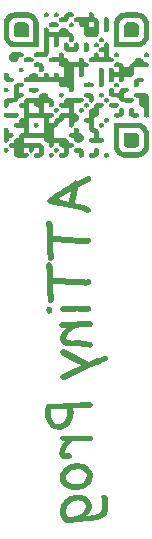
<source format=gbr>
%TF.GenerationSoftware,KiCad,Pcbnew,9.0.0*%
%TF.CreationDate,2025-03-04T00:13:22-08:00*%
%TF.ProjectId,NanoProgrammers,4e616e6f-5072-46f6-9772-616d6d657273,rev?*%
%TF.SameCoordinates,Original*%
%TF.FileFunction,Legend,Bot*%
%TF.FilePolarity,Positive*%
%FSLAX46Y46*%
G04 Gerber Fmt 4.6, Leading zero omitted, Abs format (unit mm)*
G04 Created by KiCad (PCBNEW 9.0.0) date 2025-03-04 00:13:22*
%MOMM*%
%LPD*%
G01*
G04 APERTURE LIST*
%ADD10C,0.500000*%
%ADD11C,0.000000*%
G04 APERTURE END LIST*
D10*
G36*
X118734542Y-89233260D02*
G01*
X118897800Y-89312086D01*
X118906664Y-89322224D01*
X118971000Y-89494633D01*
X118954448Y-89583993D01*
X118830926Y-89716039D01*
X118791742Y-89735067D01*
X118604719Y-89824938D01*
X118432522Y-89906029D01*
X118245457Y-89991746D01*
X118054197Y-90075768D01*
X117871198Y-90150718D01*
X117720281Y-90826685D01*
X117696587Y-90929015D01*
X117654791Y-91118678D01*
X117616682Y-91308150D01*
X117582919Y-91505362D01*
X117618951Y-91511543D01*
X117820800Y-91547253D01*
X118025212Y-91585943D01*
X118217841Y-91626243D01*
X118397151Y-91670739D01*
X118531647Y-91714851D01*
X118723864Y-91796667D01*
X118890302Y-91910502D01*
X118971000Y-92077404D01*
X118970721Y-92090077D01*
X118899607Y-92258143D01*
X118890549Y-92267664D01*
X118722482Y-92336765D01*
X118631446Y-92320483D01*
X118457699Y-92262662D01*
X118069108Y-92118070D01*
X116326778Y-91738517D01*
X115484531Y-91578562D01*
X115451482Y-91568805D01*
X115279843Y-91472829D01*
X115211614Y-91303838D01*
X115234537Y-91246708D01*
X115298531Y-91180031D01*
X116116216Y-91180031D01*
X117072329Y-91386074D01*
X117099157Y-91234691D01*
X117137494Y-91026201D01*
X117173543Y-90840014D01*
X117212709Y-90650985D01*
X117258491Y-90452554D01*
X116116216Y-91180031D01*
X115298531Y-91180031D01*
X115366576Y-91109134D01*
X115508701Y-90994296D01*
X115655411Y-90886445D01*
X115831463Y-90764390D01*
X115982757Y-90663526D01*
X116150556Y-90554672D01*
X116320240Y-90446567D01*
X116484981Y-90343206D01*
X116644781Y-90244590D01*
X116837580Y-90127992D01*
X117022657Y-90018807D01*
X117200012Y-89917035D01*
X117369646Y-89822676D01*
X117373461Y-89807330D01*
X117457081Y-89643648D01*
X117634429Y-89573255D01*
X117786251Y-89616632D01*
X117977086Y-89526616D01*
X118146544Y-89448601D01*
X118328303Y-89367961D01*
X118526648Y-89286571D01*
X118714349Y-89232561D01*
X118734542Y-89233260D01*
G37*
G36*
X115788173Y-96150373D02*
G01*
X115783102Y-95963941D01*
X115772300Y-95774658D01*
X115757448Y-95570198D01*
X115744120Y-95370194D01*
X115735012Y-95182006D01*
X115732144Y-94990928D01*
X115732144Y-94810188D01*
X115932087Y-94817192D01*
X116117331Y-94826892D01*
X116332821Y-94840405D01*
X116535500Y-94854579D01*
X116759183Y-94871399D01*
X116854538Y-94878869D01*
X117072846Y-94895010D01*
X117275357Y-94908416D01*
X117462072Y-94919085D01*
X117665277Y-94928278D01*
X117873599Y-94934023D01*
X117978739Y-94934898D01*
X118161060Y-94945065D01*
X118244426Y-94952972D01*
X118424932Y-94968063D01*
X118512824Y-94971046D01*
X118698008Y-94951294D01*
X118805623Y-94915017D01*
X118947743Y-94795065D01*
X118971000Y-94693611D01*
X118909047Y-94521308D01*
X118900511Y-94511064D01*
X118733397Y-94430049D01*
X118719771Y-94429731D01*
X118606809Y-94442383D01*
X118493847Y-94455034D01*
X118303817Y-94449300D01*
X118124234Y-94438768D01*
X117931986Y-94427648D01*
X117751910Y-94422501D01*
X117554283Y-94418830D01*
X117351428Y-94409594D01*
X117155318Y-94397204D01*
X116938685Y-94380683D01*
X116742479Y-94363761D01*
X116532193Y-94345881D01*
X116341321Y-94330649D01*
X116137905Y-94315865D01*
X115935921Y-94303435D01*
X115751679Y-94295585D01*
X115732144Y-94295080D01*
X115734855Y-94063733D01*
X115732059Y-93863366D01*
X115723672Y-93679774D01*
X115706819Y-93486785D01*
X115678240Y-93294184D01*
X115655330Y-93188953D01*
X115559597Y-93028183D01*
X115408620Y-92982909D01*
X115233665Y-93044821D01*
X115228784Y-93048879D01*
X115148030Y-93215824D01*
X115148355Y-93244982D01*
X115167219Y-93431072D01*
X115189498Y-93612780D01*
X115194443Y-93651646D01*
X115213752Y-93842013D01*
X115224003Y-94032496D01*
X115224265Y-94062829D01*
X115222684Y-94254865D01*
X115219422Y-94450488D01*
X115217939Y-94525523D01*
X115214338Y-94720453D01*
X115212009Y-94902365D01*
X115211614Y-94988217D01*
X115216237Y-95178721D01*
X115226086Y-95367686D01*
X115239628Y-95569295D01*
X115251885Y-95749978D01*
X115262281Y-95942632D01*
X115267533Y-96125122D01*
X115267643Y-96150373D01*
X115333567Y-96323629D01*
X115342650Y-96332920D01*
X115508288Y-96406372D01*
X115528812Y-96407023D01*
X115703656Y-96341893D01*
X115713166Y-96332920D01*
X115787880Y-96163900D01*
X115788173Y-96150373D01*
G37*
G36*
X115788173Y-99671182D02*
G01*
X115783102Y-99484750D01*
X115772300Y-99295468D01*
X115757448Y-99091008D01*
X115744120Y-98891004D01*
X115735012Y-98702816D01*
X115732144Y-98511737D01*
X115732144Y-98330997D01*
X115932087Y-98338001D01*
X116117331Y-98347702D01*
X116332821Y-98361215D01*
X116535500Y-98375388D01*
X116759183Y-98392209D01*
X116854538Y-98399678D01*
X117072846Y-98415820D01*
X117275357Y-98429225D01*
X117462072Y-98439895D01*
X117665277Y-98449087D01*
X117873599Y-98454832D01*
X117978739Y-98455708D01*
X118161060Y-98465874D01*
X118244426Y-98473782D01*
X118424932Y-98488873D01*
X118512824Y-98491856D01*
X118698008Y-98472103D01*
X118805623Y-98435826D01*
X118947743Y-98315875D01*
X118971000Y-98214420D01*
X118909047Y-98042117D01*
X118900511Y-98031873D01*
X118733397Y-97950858D01*
X118719771Y-97950540D01*
X118606809Y-97963192D01*
X118493847Y-97975844D01*
X118303817Y-97970109D01*
X118124234Y-97959577D01*
X117931986Y-97948458D01*
X117751910Y-97943311D01*
X117554283Y-97939639D01*
X117351428Y-97930404D01*
X117155318Y-97918013D01*
X116938685Y-97901493D01*
X116742479Y-97884570D01*
X116532193Y-97866691D01*
X116341321Y-97851458D01*
X116137905Y-97836674D01*
X115935921Y-97824245D01*
X115751679Y-97816394D01*
X115732144Y-97815889D01*
X115734855Y-97584542D01*
X115732059Y-97384176D01*
X115723672Y-97200584D01*
X115706819Y-97007594D01*
X115678240Y-96814994D01*
X115655330Y-96709762D01*
X115559597Y-96548992D01*
X115408620Y-96503719D01*
X115233665Y-96565630D01*
X115228784Y-96569689D01*
X115148030Y-96736633D01*
X115148355Y-96765792D01*
X115167219Y-96951881D01*
X115189498Y-97133590D01*
X115194443Y-97172456D01*
X115213752Y-97362823D01*
X115224003Y-97553306D01*
X115224265Y-97583639D01*
X115222684Y-97775675D01*
X115219422Y-97971297D01*
X115217939Y-98046332D01*
X115214338Y-98241263D01*
X115212009Y-98423175D01*
X115211614Y-98509026D01*
X115216237Y-98699531D01*
X115226086Y-98888496D01*
X115239628Y-99090104D01*
X115251885Y-99270787D01*
X115262281Y-99463441D01*
X115267533Y-99645932D01*
X115267643Y-99671182D01*
X115333567Y-99844438D01*
X115342650Y-99853729D01*
X115508288Y-99927181D01*
X115528812Y-99927833D01*
X115703656Y-99862703D01*
X115713166Y-99853729D01*
X115787880Y-99684710D01*
X115788173Y-99671182D01*
G37*
G36*
X115674307Y-100568555D02*
G01*
X115624194Y-100391783D01*
X115598397Y-100357090D01*
X115433936Y-100269305D01*
X115414042Y-100268527D01*
X115245103Y-100341262D01*
X115230591Y-100357090D01*
X115156477Y-100523949D01*
X115153777Y-100568555D01*
X115204486Y-100744134D01*
X115230591Y-100778213D01*
X115394156Y-100865101D01*
X115414042Y-100865872D01*
X115583724Y-100793879D01*
X115598397Y-100778213D01*
X115672454Y-100605841D01*
X115674307Y-100568555D01*
G37*
G36*
X117784443Y-100683325D02*
G01*
X117977609Y-100685358D01*
X118173189Y-100689552D01*
X118248041Y-100691458D01*
X118442369Y-100696603D01*
X118625222Y-100699930D01*
X118712542Y-100700495D01*
X118884783Y-100644088D01*
X118898704Y-100631814D01*
X118970717Y-100464912D01*
X118971000Y-100451074D01*
X118907458Y-100281101D01*
X118898704Y-100272142D01*
X118726613Y-100202829D01*
X118712542Y-100202557D01*
X118518698Y-100200298D01*
X118322906Y-100195638D01*
X118248041Y-100193520D01*
X118053819Y-100188375D01*
X117871368Y-100185048D01*
X117784443Y-100184483D01*
X117603113Y-100187473D01*
X117413619Y-100195380D01*
X117223003Y-100206723D01*
X117178062Y-100209787D01*
X116983220Y-100222455D01*
X116789031Y-100231669D01*
X116602536Y-100235892D01*
X116571680Y-100235994D01*
X116396752Y-100293143D01*
X116382807Y-100305579D01*
X116310582Y-100477770D01*
X116310511Y-100484511D01*
X116374052Y-100654590D01*
X116382807Y-100663443D01*
X116550211Y-100733312D01*
X116571680Y-100733932D01*
X116753010Y-100730942D01*
X116942504Y-100723034D01*
X117133120Y-100711692D01*
X117178062Y-100708628D01*
X117372903Y-100696397D01*
X117567092Y-100687501D01*
X117753587Y-100683424D01*
X117784443Y-100683325D01*
G37*
G36*
X119086673Y-103482079D02*
G01*
X119022911Y-103303531D01*
X118860748Y-103235369D01*
X118333892Y-103163977D01*
X118144835Y-103143911D01*
X117964106Y-103132175D01*
X117807036Y-103128733D01*
X117618050Y-103135652D01*
X117579304Y-103137770D01*
X117395790Y-103146092D01*
X117350668Y-103146807D01*
X117148196Y-103137077D01*
X116960948Y-103095974D01*
X116833071Y-102968097D01*
X116831041Y-102943475D01*
X116869804Y-102750757D01*
X116972318Y-102580749D01*
X117100459Y-102448301D01*
X117159084Y-102399448D01*
X117318078Y-102288802D01*
X117496841Y-102190920D01*
X117669475Y-102115744D01*
X117857244Y-102050342D01*
X117913672Y-102033450D01*
X118102146Y-102017159D01*
X118154960Y-102010858D01*
X118335248Y-101996455D01*
X118393536Y-101995495D01*
X118579952Y-102007257D01*
X118615846Y-102010858D01*
X118801638Y-102025486D01*
X118837252Y-102026221D01*
X119008337Y-101964268D01*
X119017088Y-101955732D01*
X119086605Y-101783595D01*
X119086673Y-101776800D01*
X119025514Y-101604815D01*
X119017088Y-101596060D01*
X118849286Y-101528548D01*
X118835445Y-101528283D01*
X118648337Y-101515137D01*
X118612231Y-101511113D01*
X118430249Y-101495863D01*
X118388114Y-101494846D01*
X118188902Y-101499117D01*
X117991122Y-101508966D01*
X117789032Y-101522522D01*
X117678711Y-101530994D01*
X117489663Y-101545431D01*
X117296695Y-101557589D01*
X117109042Y-101565730D01*
X116968404Y-101568046D01*
X116779519Y-101561612D01*
X116732538Y-101559009D01*
X116547482Y-101551519D01*
X116496673Y-101550875D01*
X116325630Y-101618723D01*
X116321355Y-101623171D01*
X116252741Y-101795472D01*
X116252674Y-101802103D01*
X116326343Y-101975267D01*
X116509367Y-102050493D01*
X116587946Y-102059658D01*
X116888878Y-102066887D01*
X116722259Y-102200756D01*
X116583880Y-102335773D01*
X116455103Y-102499307D01*
X116366992Y-102664493D01*
X116315594Y-102859298D01*
X116310511Y-102943475D01*
X116331974Y-103131388D01*
X116407429Y-103305928D01*
X116537212Y-103441437D01*
X116653916Y-103510094D01*
X116837052Y-103573524D01*
X117025492Y-103607947D01*
X117222159Y-103625344D01*
X117330787Y-103629382D01*
X117576593Y-103629382D01*
X117803421Y-103626671D01*
X117987283Y-103635620D01*
X118173147Y-103657171D01*
X118325759Y-103680893D01*
X118513965Y-103709963D01*
X118693877Y-103729504D01*
X118845385Y-103736018D01*
X119015580Y-103668170D01*
X119019799Y-103663722D01*
X119086412Y-103495603D01*
X119086673Y-103482079D01*
G37*
G36*
X116706331Y-106459766D02*
G01*
X118592350Y-105580467D01*
X118761003Y-105501521D01*
X118961970Y-105409549D01*
X119151993Y-105325035D01*
X119331074Y-105247977D01*
X119499211Y-105178378D01*
X119686531Y-105104702D01*
X119745469Y-105082529D01*
X120234370Y-104914441D01*
X120381976Y-104809630D01*
X120416917Y-104685806D01*
X120358141Y-104511279D01*
X120350043Y-104501451D01*
X120185570Y-104424637D01*
X120004492Y-104458921D01*
X119829938Y-104515168D01*
X119656301Y-104579451D01*
X119452447Y-104660875D01*
X119279726Y-104733193D01*
X119090007Y-104815154D01*
X118883291Y-104906756D01*
X118736038Y-104973182D01*
X116977441Y-104063157D01*
X116791279Y-103949291D01*
X116620051Y-103882287D01*
X116594272Y-103880610D01*
X116418037Y-103941497D01*
X116396362Y-103960136D01*
X116311266Y-104121500D01*
X116310511Y-104139972D01*
X116385473Y-104307478D01*
X116401785Y-104319808D01*
X116564493Y-104428802D01*
X116743552Y-104539802D01*
X116938963Y-104652806D01*
X117150725Y-104767816D01*
X117320277Y-104855389D01*
X117499026Y-104944090D01*
X117686974Y-105033919D01*
X117884118Y-105124876D01*
X118090461Y-105216960D01*
X118161286Y-105247906D01*
X117265720Y-105623845D01*
X117099507Y-105699554D01*
X116915469Y-105786516D01*
X116742069Y-105872009D01*
X116579307Y-105956031D01*
X116469562Y-106015146D01*
X116332878Y-106136581D01*
X116310511Y-106228419D01*
X116374340Y-106397640D01*
X116388229Y-106412773D01*
X116552843Y-106492496D01*
X116572584Y-106493203D01*
X116706331Y-106459766D01*
G37*
G36*
X119017088Y-108454228D02*
G01*
X119086673Y-108622316D01*
X119013473Y-108787693D01*
X119008921Y-108791752D01*
X118834541Y-108853663D01*
X118711730Y-108853741D01*
X118480214Y-108854362D01*
X118267505Y-108855605D01*
X118073606Y-108857469D01*
X117857680Y-108860672D01*
X117637361Y-108865798D01*
X117433808Y-108873545D01*
X117449972Y-108994519D01*
X117467245Y-109183513D01*
X117465971Y-109257846D01*
X117446855Y-109472753D01*
X117404802Y-109675524D01*
X117339810Y-109866159D01*
X117251879Y-110044657D01*
X117141010Y-110211018D01*
X117070863Y-110296452D01*
X116917368Y-110442110D01*
X116746273Y-110554155D01*
X116557576Y-110632586D01*
X116351279Y-110677404D01*
X116165919Y-110689075D01*
X115991170Y-110673348D01*
X115799583Y-110615248D01*
X115621229Y-110514336D01*
X115478886Y-110393767D01*
X115346265Y-110241744D01*
X115274039Y-110139160D01*
X115170817Y-109955221D01*
X115097087Y-109765661D01*
X115052849Y-109570479D01*
X115038103Y-109369675D01*
X115038901Y-109310935D01*
X115558634Y-109310935D01*
X115560135Y-109371561D01*
X115586822Y-109568257D01*
X115646869Y-109756657D01*
X115729433Y-109919124D01*
X115839796Y-110066341D01*
X115990023Y-110180843D01*
X116173149Y-110223670D01*
X116304415Y-110212423D01*
X116481417Y-110153378D01*
X116634543Y-110043721D01*
X116750612Y-109903761D01*
X116845408Y-109728411D01*
X116903626Y-109554661D01*
X116937331Y-109364079D01*
X116946715Y-109183513D01*
X116916893Y-108904270D01*
X116000542Y-108957588D01*
X115576708Y-108963011D01*
X115563152Y-109112121D01*
X115562345Y-109128763D01*
X115558634Y-109310935D01*
X115038901Y-109310935D01*
X115040525Y-109191463D01*
X115050755Y-109000966D01*
X115055018Y-108956024D01*
X115088711Y-108770523D01*
X115121696Y-108612827D01*
X115282102Y-108521102D01*
X115465744Y-108495447D01*
X115647196Y-108490376D01*
X115997831Y-108490376D01*
X116039108Y-108489522D01*
X116236764Y-108482575D01*
X116419181Y-108473658D01*
X116630890Y-108461564D01*
X116829690Y-108449059D01*
X117048833Y-108434347D01*
X117090841Y-108431511D01*
X117291984Y-108418684D01*
X117478301Y-108408107D01*
X117682311Y-108398385D01*
X117893339Y-108391139D01*
X118098930Y-108388258D01*
X118845385Y-108388258D01*
X119017088Y-108454228D01*
G37*
G36*
X117039796Y-113161594D02*
G01*
X117217301Y-113123433D01*
X117340611Y-112988448D01*
X117351572Y-112907655D01*
X117281434Y-112737013D01*
X117103055Y-112688960D01*
X116926833Y-112680826D01*
X116715368Y-112673597D01*
X116747449Y-112482916D01*
X116802984Y-112292165D01*
X116879107Y-112126577D01*
X116941293Y-112030163D01*
X117074744Y-111883810D01*
X117230350Y-111766329D01*
X117398313Y-111673273D01*
X117439230Y-111654225D01*
X118830023Y-111659647D01*
X119005467Y-111611560D01*
X119085670Y-111438841D01*
X119086673Y-111408419D01*
X119014749Y-111233546D01*
X118831830Y-111184302D01*
X117064196Y-111184302D01*
X116874207Y-111188478D01*
X116814775Y-111190628D01*
X116632337Y-111196206D01*
X116565354Y-111196953D01*
X116382434Y-111246198D01*
X116310511Y-111421071D01*
X116387138Y-111591474D01*
X116554858Y-111659351D01*
X116710849Y-111672299D01*
X116578856Y-111827401D01*
X116469234Y-111987711D01*
X116381984Y-112153227D01*
X116317105Y-112323950D01*
X116274599Y-112499880D01*
X116254464Y-112681017D01*
X116252674Y-112754930D01*
X116290856Y-112934766D01*
X116405399Y-113062187D01*
X116581885Y-113135485D01*
X116772255Y-113161812D01*
X116864478Y-113164305D01*
X117039796Y-113161594D01*
G37*
G36*
X117906065Y-113532022D02*
G01*
X118113220Y-113557809D01*
X118303410Y-113606408D01*
X118476634Y-113677818D01*
X118632893Y-113772039D01*
X118772186Y-113889071D01*
X118810268Y-113928054D01*
X118924208Y-114071776D01*
X119017572Y-114249904D01*
X119071624Y-114442829D01*
X119086673Y-114623778D01*
X119084911Y-114690052D01*
X119058489Y-114878960D01*
X119000359Y-115053000D01*
X118910522Y-115212171D01*
X118788978Y-115356473D01*
X118635727Y-115485907D01*
X118585381Y-115520734D01*
X118426634Y-115612086D01*
X118256322Y-115683739D01*
X118074446Y-115735695D01*
X117881005Y-115767952D01*
X117676000Y-115780512D01*
X117515063Y-115777759D01*
X117331726Y-115760476D01*
X117131323Y-115721038D01*
X116945451Y-115660843D01*
X116774108Y-115579891D01*
X116640552Y-115491993D01*
X116491604Y-115348770D01*
X116387023Y-115182024D01*
X116326809Y-114991753D01*
X116310511Y-114809940D01*
X116312248Y-114776503D01*
X116831041Y-114776503D01*
X116832157Y-114811384D01*
X116878584Y-114995908D01*
X116993128Y-115137986D01*
X117175788Y-115237619D01*
X117380038Y-115288223D01*
X117577496Y-115307483D01*
X117805228Y-115307878D01*
X117871203Y-115303719D01*
X118053590Y-115269796D01*
X118228911Y-115194376D01*
X118375462Y-115079242D01*
X118458885Y-114979327D01*
X118539328Y-114812298D01*
X118566143Y-114624682D01*
X118562039Y-114555493D01*
X118506885Y-114376786D01*
X118398055Y-114230669D01*
X118372010Y-114206375D01*
X118206299Y-114100775D01*
X118022665Y-114045918D01*
X117830532Y-114030048D01*
X117718686Y-114034086D01*
X117527260Y-114061703D01*
X117348558Y-114115482D01*
X117182580Y-114195425D01*
X117080830Y-114264416D01*
X116941381Y-114408949D01*
X116858118Y-114579644D01*
X116831041Y-114776503D01*
X116312248Y-114776503D01*
X116318545Y-114655281D01*
X116351185Y-114474307D01*
X116423495Y-114275253D01*
X116531960Y-114095961D01*
X116676580Y-113936430D01*
X116824715Y-113818583D01*
X116879700Y-113781761D01*
X117051092Y-113686248D01*
X117232142Y-113613164D01*
X117422851Y-113562511D01*
X117623218Y-113534289D01*
X117833243Y-113528496D01*
X117906065Y-113532022D01*
G37*
G36*
X120153603Y-116202485D02*
G01*
X120295491Y-116324950D01*
X120364503Y-116507086D01*
X120367727Y-116521538D01*
X120398439Y-116711484D01*
X120412771Y-116893071D01*
X120416917Y-117074609D01*
X120413161Y-117214513D01*
X120393442Y-117408483D01*
X120349074Y-117610689D01*
X120281701Y-117786949D01*
X120176533Y-117956618D01*
X120063345Y-118073704D01*
X119903062Y-118185036D01*
X119731303Y-118265875D01*
X119558404Y-118322616D01*
X119473428Y-118343613D01*
X119285684Y-118378745D01*
X119101949Y-118401979D01*
X118900052Y-118418207D01*
X118712542Y-118426542D01*
X117844087Y-118485282D01*
X117728333Y-118497883D01*
X117540674Y-118524782D01*
X117357898Y-118553963D01*
X117246722Y-118572083D01*
X117050675Y-118597076D01*
X116866286Y-118607281D01*
X116779675Y-118600640D01*
X116613225Y-118511386D01*
X116559028Y-118335268D01*
X116468141Y-118254454D01*
X116372866Y-118091270D01*
X116365315Y-118070975D01*
X116322446Y-117887016D01*
X116310511Y-117694546D01*
X116311014Y-117669242D01*
X116831041Y-117669242D01*
X116832280Y-117712705D01*
X116866286Y-117895167D01*
X116883126Y-117942661D01*
X116972922Y-118106632D01*
X117006192Y-118102800D01*
X117194063Y-118080137D01*
X117387787Y-118054419D01*
X117575615Y-118025981D01*
X117760043Y-117991863D01*
X117925220Y-117949042D01*
X118091464Y-117861585D01*
X118243522Y-117743346D01*
X118371518Y-117605969D01*
X118471071Y-117434959D01*
X118508306Y-117244504D01*
X118504180Y-117160638D01*
X118454836Y-116974390D01*
X118339314Y-116825188D01*
X118202756Y-116745439D01*
X118026687Y-116698794D01*
X117832339Y-116685115D01*
X117654442Y-116696444D01*
X117468605Y-116737139D01*
X117301407Y-116807430D01*
X117135588Y-116921884D01*
X117098709Y-116955726D01*
X116974987Y-117108254D01*
X116889333Y-117288231D01*
X116845614Y-117468229D01*
X116831041Y-117669242D01*
X116311014Y-117669242D01*
X116312230Y-117608038D01*
X116331571Y-117401838D01*
X116372400Y-117210022D01*
X116434719Y-117032592D01*
X116518528Y-116869547D01*
X116623825Y-116720887D01*
X116750612Y-116586612D01*
X116777649Y-116562370D01*
X116950990Y-116433085D01*
X117110002Y-116346510D01*
X117282252Y-116279174D01*
X117467739Y-116231077D01*
X117666465Y-116202218D01*
X117878428Y-116192599D01*
X118003096Y-116197103D01*
X118206927Y-116226663D01*
X118392509Y-116283812D01*
X118559842Y-116368551D01*
X118708927Y-116480879D01*
X118747666Y-116517584D01*
X118877629Y-116677822D01*
X118967604Y-116859521D01*
X119013528Y-117036115D01*
X119028836Y-117229141D01*
X119023753Y-117318703D01*
X118977862Y-117499456D01*
X118884244Y-117662013D01*
X118767752Y-117786291D01*
X118617089Y-117898182D01*
X118450469Y-117989152D01*
X118646115Y-117984090D01*
X118859105Y-117970620D01*
X119048331Y-117949079D01*
X119239059Y-117913749D01*
X119417427Y-117859923D01*
X119527904Y-117808666D01*
X119686446Y-117696270D01*
X119800708Y-117554988D01*
X119870688Y-117384819D01*
X119896387Y-117185764D01*
X119896337Y-117074498D01*
X119884985Y-116894020D01*
X119856624Y-116713129D01*
X119833273Y-116591748D01*
X119812343Y-116408583D01*
X119882226Y-116235826D01*
X120059956Y-116187177D01*
X120153603Y-116202485D01*
G37*
D11*
%TO.C,G\u002A\u002A\u002A*%
G36*
X111787717Y-81722998D02*
G01*
X111848069Y-81745129D01*
X111901657Y-81784640D01*
X111943551Y-81839779D01*
X111945658Y-81843723D01*
X111963536Y-81902811D01*
X111960534Y-81964997D01*
X111938403Y-82025348D01*
X111898892Y-82078936D01*
X111843753Y-82120830D01*
X111839809Y-82122937D01*
X111780721Y-82140816D01*
X111718536Y-82137814D01*
X111658184Y-82115682D01*
X111604596Y-82076172D01*
X111562702Y-82021033D01*
X111560595Y-82017089D01*
X111542717Y-81958000D01*
X111545718Y-81895815D01*
X111567850Y-81835463D01*
X111607360Y-81781875D01*
X111662499Y-81739981D01*
X111666443Y-81737875D01*
X111725532Y-81719996D01*
X111787717Y-81722998D01*
G37*
G36*
X111787717Y-86815122D02*
G01*
X111848069Y-86837253D01*
X111901657Y-86876764D01*
X111943551Y-86931903D01*
X111945658Y-86935847D01*
X111963536Y-86994935D01*
X111960534Y-87057121D01*
X111938403Y-87117472D01*
X111898892Y-87171060D01*
X111843753Y-87212954D01*
X111839809Y-87215061D01*
X111780721Y-87232940D01*
X111718536Y-87229938D01*
X111658184Y-87207806D01*
X111604596Y-87168296D01*
X111562702Y-87113157D01*
X111560595Y-87109213D01*
X111542717Y-87050125D01*
X111545718Y-86987939D01*
X111567850Y-86927587D01*
X111607360Y-86873999D01*
X111662499Y-86832106D01*
X111666443Y-86829999D01*
X111725532Y-86812120D01*
X111787717Y-86815122D01*
G37*
G36*
X113060748Y-80025623D02*
G01*
X113121100Y-80047755D01*
X113174688Y-80087265D01*
X113216582Y-80142404D01*
X113218689Y-80146348D01*
X113236567Y-80205436D01*
X113233566Y-80267622D01*
X113211434Y-80327974D01*
X113171923Y-80381562D01*
X113116784Y-80423455D01*
X113112840Y-80425562D01*
X113053752Y-80443441D01*
X112991567Y-80440439D01*
X112931215Y-80418308D01*
X112877627Y-80378797D01*
X112835733Y-80323658D01*
X112833626Y-80319714D01*
X112815748Y-80260626D01*
X112818749Y-80198440D01*
X112840881Y-80138089D01*
X112880391Y-80084501D01*
X112935530Y-80042607D01*
X112939474Y-80040500D01*
X112998563Y-80022621D01*
X113060748Y-80025623D01*
G37*
G36*
X114333779Y-84693403D02*
G01*
X114394131Y-84715535D01*
X114447719Y-84755046D01*
X114489613Y-84810185D01*
X114491720Y-84814128D01*
X114509598Y-84873217D01*
X114506597Y-84935402D01*
X114484465Y-84995754D01*
X114444954Y-85049342D01*
X114389815Y-85091236D01*
X114385872Y-85093343D01*
X114326783Y-85111221D01*
X114264598Y-85108220D01*
X114204246Y-85086088D01*
X114150658Y-85046577D01*
X114108764Y-84991439D01*
X114106657Y-84987495D01*
X114088779Y-84928406D01*
X114091780Y-84866221D01*
X114113912Y-84805869D01*
X114153423Y-84752281D01*
X114208561Y-84710387D01*
X114212505Y-84708280D01*
X114271594Y-84690402D01*
X114333779Y-84693403D01*
G37*
G36*
X115182466Y-75357843D02*
G01*
X115242818Y-75379974D01*
X115296406Y-75419485D01*
X115338300Y-75474624D01*
X115340407Y-75478568D01*
X115358286Y-75537656D01*
X115355284Y-75599841D01*
X115333152Y-75660193D01*
X115293642Y-75713781D01*
X115238503Y-75755675D01*
X115234559Y-75757782D01*
X115175470Y-75775661D01*
X115113285Y-75772659D01*
X115052933Y-75750527D01*
X114999345Y-75711017D01*
X114957451Y-75655878D01*
X114955345Y-75651934D01*
X114937466Y-75592845D01*
X114940468Y-75530660D01*
X114962599Y-75470308D01*
X115002110Y-75416720D01*
X115057249Y-75374826D01*
X115061193Y-75372719D01*
X115120281Y-75354841D01*
X115182466Y-75357843D01*
G37*
G36*
X115606810Y-87239466D02*
G01*
X115667162Y-87261597D01*
X115720750Y-87301108D01*
X115762644Y-87356247D01*
X115764751Y-87360191D01*
X115782629Y-87419279D01*
X115779628Y-87481464D01*
X115757496Y-87541816D01*
X115717985Y-87595404D01*
X115662847Y-87637298D01*
X115658903Y-87639405D01*
X115599814Y-87657283D01*
X115537629Y-87654282D01*
X115477277Y-87632150D01*
X115423689Y-87592640D01*
X115381795Y-87537501D01*
X115379688Y-87533557D01*
X115361810Y-87474468D01*
X115364811Y-87412283D01*
X115386943Y-87351931D01*
X115426454Y-87298343D01*
X115481592Y-87256449D01*
X115485536Y-87254342D01*
X115544625Y-87236464D01*
X115606810Y-87239466D01*
G37*
G36*
X116031154Y-75357843D02*
G01*
X116091506Y-75379974D01*
X116145094Y-75419485D01*
X116186988Y-75474624D01*
X116189094Y-75478568D01*
X116206973Y-75537656D01*
X116203971Y-75599841D01*
X116181840Y-75660193D01*
X116142329Y-75713781D01*
X116087190Y-75755675D01*
X116083246Y-75757782D01*
X116024158Y-75775661D01*
X115961972Y-75772659D01*
X115901621Y-75750527D01*
X115848033Y-75711017D01*
X115806139Y-75655878D01*
X115804032Y-75651934D01*
X115786153Y-75592845D01*
X115789155Y-75530660D01*
X115811287Y-75470308D01*
X115850797Y-75416720D01*
X115905936Y-75374826D01*
X115909880Y-75372719D01*
X115968969Y-75354841D01*
X116031154Y-75357843D01*
G37*
G36*
X116031154Y-83420372D02*
G01*
X116091506Y-83442504D01*
X116145094Y-83482015D01*
X116186988Y-83537153D01*
X116189094Y-83541097D01*
X116206973Y-83600186D01*
X116203971Y-83662371D01*
X116181840Y-83722723D01*
X116142329Y-83776311D01*
X116087190Y-83818205D01*
X116083246Y-83820312D01*
X116024158Y-83838190D01*
X115961972Y-83835189D01*
X115901621Y-83813057D01*
X115848033Y-83773546D01*
X115806139Y-83718408D01*
X115804032Y-83714464D01*
X115786153Y-83655375D01*
X115789155Y-83593190D01*
X115811287Y-83532838D01*
X115850797Y-83479250D01*
X115905936Y-83437356D01*
X115909880Y-83435249D01*
X115968969Y-83417371D01*
X116031154Y-83420372D01*
G37*
G36*
X116031154Y-86815122D02*
G01*
X116091506Y-86837253D01*
X116145094Y-86876764D01*
X116186988Y-86931903D01*
X116189094Y-86935847D01*
X116206973Y-86994935D01*
X116203971Y-87057121D01*
X116181840Y-87117472D01*
X116142329Y-87171060D01*
X116087190Y-87212954D01*
X116083246Y-87215061D01*
X116024158Y-87232940D01*
X115961972Y-87229938D01*
X115901621Y-87207806D01*
X115848033Y-87168296D01*
X115806139Y-87113157D01*
X115804032Y-87109213D01*
X115786153Y-87050125D01*
X115789155Y-86987939D01*
X115811287Y-86927587D01*
X115850797Y-86873999D01*
X115905936Y-86832106D01*
X115909880Y-86829999D01*
X115968969Y-86812120D01*
X116031154Y-86815122D01*
G37*
G36*
X116455498Y-82147341D02*
G01*
X116515849Y-82169473D01*
X116569437Y-82208984D01*
X116611331Y-82264122D01*
X116613438Y-82268066D01*
X116631317Y-82327155D01*
X116628315Y-82389340D01*
X116606183Y-82449692D01*
X116566673Y-82503280D01*
X116511534Y-82545174D01*
X116507590Y-82547281D01*
X116448501Y-82565159D01*
X116386316Y-82562158D01*
X116325964Y-82540026D01*
X116272376Y-82500515D01*
X116230482Y-82445377D01*
X116228376Y-82441433D01*
X116210497Y-82382344D01*
X116213499Y-82320159D01*
X116235630Y-82259807D01*
X116275141Y-82206219D01*
X116330280Y-82164325D01*
X116334224Y-82162218D01*
X116393312Y-82144340D01*
X116455498Y-82147341D01*
G37*
G36*
X117304185Y-76206530D02*
G01*
X117364537Y-76228662D01*
X117418125Y-76268172D01*
X117460019Y-76323311D01*
X117462125Y-76327255D01*
X117480004Y-76386343D01*
X117477002Y-76448529D01*
X117454871Y-76508881D01*
X117415360Y-76562469D01*
X117360221Y-76604362D01*
X117356277Y-76606469D01*
X117297189Y-76624348D01*
X117235003Y-76621346D01*
X117174652Y-76599215D01*
X117121064Y-76559704D01*
X117079170Y-76504565D01*
X117077063Y-76500621D01*
X117059184Y-76441533D01*
X117062186Y-76379347D01*
X117084318Y-76318996D01*
X117123828Y-76265408D01*
X117178967Y-76223514D01*
X117182911Y-76221407D01*
X117242000Y-76203528D01*
X117304185Y-76206530D01*
G37*
G36*
X118152872Y-83420372D02*
G01*
X118213224Y-83442504D01*
X118266812Y-83482015D01*
X118308706Y-83537153D01*
X118310813Y-83541097D01*
X118328691Y-83600186D01*
X118325690Y-83662371D01*
X118303558Y-83722723D01*
X118264047Y-83776311D01*
X118208909Y-83818205D01*
X118204965Y-83820312D01*
X118145876Y-83838190D01*
X118083691Y-83835189D01*
X118023339Y-83813057D01*
X117969751Y-83773546D01*
X117927857Y-83718408D01*
X117925750Y-83714464D01*
X117907872Y-83655375D01*
X117910873Y-83593190D01*
X117933005Y-83532838D01*
X117972516Y-83479250D01*
X118027655Y-83437356D01*
X118031598Y-83435249D01*
X118090687Y-83417371D01*
X118152872Y-83420372D01*
G37*
G36*
X118577216Y-82996029D02*
G01*
X118637568Y-83018160D01*
X118691156Y-83057671D01*
X118733050Y-83112810D01*
X118735156Y-83116754D01*
X118753035Y-83175842D01*
X118750033Y-83238028D01*
X118727902Y-83298379D01*
X118688391Y-83351967D01*
X118633252Y-83393861D01*
X118629308Y-83395968D01*
X118570220Y-83413847D01*
X118508035Y-83410845D01*
X118447683Y-83388713D01*
X118394095Y-83349203D01*
X118352201Y-83294064D01*
X118350094Y-83290120D01*
X118332215Y-83231031D01*
X118335217Y-83168846D01*
X118357349Y-83108494D01*
X118396859Y-83054906D01*
X118451998Y-83013012D01*
X118455942Y-83010906D01*
X118515031Y-82993027D01*
X118577216Y-82996029D01*
G37*
G36*
X119425903Y-77903905D02*
G01*
X119486255Y-77926036D01*
X119539843Y-77965547D01*
X119581737Y-78020686D01*
X119583844Y-78024630D01*
X119601722Y-78083718D01*
X119598721Y-78145903D01*
X119576589Y-78206255D01*
X119537079Y-78259843D01*
X119481940Y-78301737D01*
X119477996Y-78303844D01*
X119418907Y-78321723D01*
X119356722Y-78318721D01*
X119296370Y-78296589D01*
X119242782Y-78257079D01*
X119200888Y-78201940D01*
X119198781Y-78197996D01*
X119180903Y-78138907D01*
X119183904Y-78076722D01*
X119206036Y-78016370D01*
X119245547Y-77962782D01*
X119300686Y-77920888D01*
X119304629Y-77918781D01*
X119363718Y-77900903D01*
X119425903Y-77903905D01*
G37*
G36*
X119850247Y-77479561D02*
G01*
X119910599Y-77501693D01*
X119964187Y-77541203D01*
X120006081Y-77596342D01*
X120008188Y-77600286D01*
X120026066Y-77659374D01*
X120023064Y-77721560D01*
X120000933Y-77781912D01*
X119961422Y-77835500D01*
X119906283Y-77877393D01*
X119902339Y-77879500D01*
X119843251Y-77897379D01*
X119781066Y-77894377D01*
X119720714Y-77872246D01*
X119667126Y-77832735D01*
X119625232Y-77777596D01*
X119623125Y-77773652D01*
X119605246Y-77714564D01*
X119608248Y-77652378D01*
X119630380Y-77592027D01*
X119669890Y-77538439D01*
X119725029Y-77496545D01*
X119728973Y-77494438D01*
X119788062Y-77476559D01*
X119850247Y-77479561D01*
G37*
G36*
X119850247Y-82147341D02*
G01*
X119910599Y-82169473D01*
X119964187Y-82208984D01*
X120006081Y-82264122D01*
X120008188Y-82268066D01*
X120026066Y-82327155D01*
X120023064Y-82389340D01*
X120000933Y-82449692D01*
X119961422Y-82503280D01*
X119906283Y-82545174D01*
X119902339Y-82547281D01*
X119843251Y-82565159D01*
X119781066Y-82562158D01*
X119720714Y-82540026D01*
X119667126Y-82500515D01*
X119625232Y-82445377D01*
X119623125Y-82441433D01*
X119605246Y-82382344D01*
X119608248Y-82320159D01*
X119630380Y-82259807D01*
X119669890Y-82206219D01*
X119725029Y-82164325D01*
X119728973Y-82162218D01*
X119788062Y-82144340D01*
X119850247Y-82147341D01*
G37*
G36*
X119850247Y-84693403D02*
G01*
X119910599Y-84715535D01*
X119964187Y-84755046D01*
X120006081Y-84810185D01*
X120008188Y-84814128D01*
X120026066Y-84873217D01*
X120023064Y-84935402D01*
X120000933Y-84995754D01*
X119961422Y-85049342D01*
X119906283Y-85091236D01*
X119902339Y-85093343D01*
X119843251Y-85111221D01*
X119781066Y-85108220D01*
X119720714Y-85086088D01*
X119667126Y-85046577D01*
X119625232Y-84991439D01*
X119623125Y-84987495D01*
X119605246Y-84928406D01*
X119608248Y-84866221D01*
X119630380Y-84805869D01*
X119669890Y-84752281D01*
X119725029Y-84710387D01*
X119728973Y-84708280D01*
X119788062Y-84690402D01*
X119850247Y-84693403D01*
G37*
G36*
X120274591Y-82571685D02*
G01*
X120334942Y-82593817D01*
X120388530Y-82633327D01*
X120430424Y-82688466D01*
X120432531Y-82692410D01*
X120450410Y-82751499D01*
X120447408Y-82813684D01*
X120425276Y-82874036D01*
X120385766Y-82927624D01*
X120330627Y-82969518D01*
X120326683Y-82971624D01*
X120267595Y-82989503D01*
X120205409Y-82986501D01*
X120145057Y-82964370D01*
X120091469Y-82924859D01*
X120049576Y-82869720D01*
X120047469Y-82865776D01*
X120029590Y-82806688D01*
X120032592Y-82744502D01*
X120054723Y-82684151D01*
X120094234Y-82630563D01*
X120149373Y-82588669D01*
X120153317Y-82586562D01*
X120212405Y-82568683D01*
X120274591Y-82571685D01*
G37*
G36*
X120274591Y-84269060D02*
G01*
X120334942Y-84291191D01*
X120388530Y-84330702D01*
X120430424Y-84385841D01*
X120432531Y-84389785D01*
X120450410Y-84448873D01*
X120447408Y-84511059D01*
X120425276Y-84571410D01*
X120385766Y-84624998D01*
X120330627Y-84666892D01*
X120326683Y-84668999D01*
X120267595Y-84686878D01*
X120205409Y-84683876D01*
X120145057Y-84661744D01*
X120091469Y-84622234D01*
X120049576Y-84567095D01*
X120047469Y-84563151D01*
X120029590Y-84504062D01*
X120032592Y-84441877D01*
X120054723Y-84381525D01*
X120094234Y-84327937D01*
X120149373Y-84286044D01*
X120153317Y-84283937D01*
X120212405Y-84266058D01*
X120274591Y-84269060D01*
G37*
G36*
X120274591Y-87239466D02*
G01*
X120334942Y-87261597D01*
X120388530Y-87301108D01*
X120430424Y-87356247D01*
X120432531Y-87360191D01*
X120450410Y-87419279D01*
X120447408Y-87481464D01*
X120425276Y-87541816D01*
X120385766Y-87595404D01*
X120330627Y-87637298D01*
X120326683Y-87639405D01*
X120267595Y-87657283D01*
X120205409Y-87654282D01*
X120145057Y-87632150D01*
X120091469Y-87592640D01*
X120049576Y-87537501D01*
X120047469Y-87533557D01*
X120029590Y-87474468D01*
X120032592Y-87412283D01*
X120054723Y-87351931D01*
X120094234Y-87298343D01*
X120149373Y-87256449D01*
X120153317Y-87254342D01*
X120212405Y-87236464D01*
X120274591Y-87239466D01*
G37*
G36*
X121123278Y-78752592D02*
G01*
X121183630Y-78774724D01*
X121237218Y-78814234D01*
X121279112Y-78869373D01*
X121281219Y-78873317D01*
X121299097Y-78932405D01*
X121296095Y-78994591D01*
X121273964Y-79054943D01*
X121234453Y-79108531D01*
X121179314Y-79150424D01*
X121175370Y-79152531D01*
X121116282Y-79170410D01*
X121054097Y-79167408D01*
X120993745Y-79145277D01*
X120940157Y-79105766D01*
X120898263Y-79050627D01*
X120896156Y-79046683D01*
X120878277Y-78987595D01*
X120881279Y-78925409D01*
X120903411Y-78865058D01*
X120942921Y-78811470D01*
X120998060Y-78769576D01*
X121002004Y-78767469D01*
X121061093Y-78749590D01*
X121123278Y-78752592D01*
G37*
G36*
X121123278Y-81298654D02*
G01*
X121183630Y-81320786D01*
X121237218Y-81360296D01*
X121279112Y-81415435D01*
X121281219Y-81419379D01*
X121299097Y-81478468D01*
X121296095Y-81540653D01*
X121273964Y-81601005D01*
X121234453Y-81654593D01*
X121179314Y-81696487D01*
X121175370Y-81698593D01*
X121116282Y-81716472D01*
X121054097Y-81713470D01*
X120993745Y-81691339D01*
X120940157Y-81651828D01*
X120898263Y-81596689D01*
X120896156Y-81592745D01*
X120878277Y-81533657D01*
X120881279Y-81471471D01*
X120903411Y-81411120D01*
X120942921Y-81357532D01*
X120998060Y-81315638D01*
X121002004Y-81313531D01*
X121061093Y-81295652D01*
X121123278Y-81298654D01*
G37*
G36*
X123669340Y-78752592D02*
G01*
X123729692Y-78774724D01*
X123783280Y-78814234D01*
X123825174Y-78869373D01*
X123827281Y-78873317D01*
X123845159Y-78932405D01*
X123842157Y-78994591D01*
X123820026Y-79054943D01*
X123780515Y-79108531D01*
X123725376Y-79150424D01*
X123721432Y-79152531D01*
X123662344Y-79170410D01*
X123600159Y-79167408D01*
X123539807Y-79145277D01*
X123486219Y-79105766D01*
X123444325Y-79050627D01*
X123442218Y-79046683D01*
X123424339Y-78987595D01*
X123427341Y-78925409D01*
X123449473Y-78865058D01*
X123488983Y-78811470D01*
X123544122Y-78769576D01*
X123548066Y-78767469D01*
X123607155Y-78749590D01*
X123669340Y-78752592D01*
G37*
G36*
X118572146Y-77905684D02*
G01*
X118607965Y-77909903D01*
X118635448Y-77920975D01*
X118664496Y-77941879D01*
X118680294Y-77954885D01*
X118704443Y-77977089D01*
X118722759Y-77999848D01*
X118735992Y-78026546D01*
X118744892Y-78060566D01*
X118750209Y-78105292D01*
X118752692Y-78164108D01*
X118753091Y-78240398D01*
X118752155Y-78337545D01*
X118748735Y-78612273D01*
X118712059Y-78657557D01*
X118702786Y-78668276D01*
X118667783Y-78701473D01*
X118633252Y-78726081D01*
X118597149Y-78740364D01*
X118535587Y-78746379D01*
X118473630Y-78734003D01*
X118419510Y-78704083D01*
X118412590Y-78698439D01*
X118386698Y-78675606D01*
X118366896Y-78652856D01*
X118352372Y-78626715D01*
X118342313Y-78593706D01*
X118335905Y-78550354D01*
X118332334Y-78493183D01*
X118330788Y-78418719D01*
X118330453Y-78323485D01*
X118330468Y-78297347D01*
X118331024Y-78207709D01*
X118332998Y-78137953D01*
X118337212Y-78084598D01*
X118344492Y-78044158D01*
X118355662Y-78013150D01*
X118371546Y-77988090D01*
X118392969Y-77965494D01*
X118420755Y-77941879D01*
X118438881Y-77928021D01*
X118465803Y-77913358D01*
X118497085Y-77906745D01*
X118542625Y-77905203D01*
X118572146Y-77905684D01*
G37*
G36*
X114432554Y-79598926D02*
G01*
X114434318Y-79598961D01*
X114505793Y-79600728D01*
X114558315Y-79603174D01*
X114597068Y-79607040D01*
X114627235Y-79613062D01*
X114654002Y-79621979D01*
X114682553Y-79634530D01*
X114767241Y-79685094D01*
X114836573Y-79752246D01*
X114890121Y-79836988D01*
X114929642Y-79917237D01*
X114929642Y-80113391D01*
X114929642Y-80309545D01*
X114892966Y-80354881D01*
X114883666Y-80365640D01*
X114848673Y-80398850D01*
X114814159Y-80423455D01*
X114778056Y-80437738D01*
X114716494Y-80443754D01*
X114654537Y-80431378D01*
X114600417Y-80401457D01*
X114592614Y-80395024D01*
X114558179Y-80361602D01*
X114534780Y-80325985D01*
X114520473Y-80282715D01*
X114513315Y-80226334D01*
X114511360Y-80151383D01*
X114511360Y-80020859D01*
X114380837Y-80020859D01*
X114363126Y-80020784D01*
X114292691Y-80017910D01*
X114239629Y-80009427D01*
X114198449Y-79993357D01*
X114163655Y-79967726D01*
X114129755Y-79930558D01*
X114115897Y-79912432D01*
X114101234Y-79885510D01*
X114094621Y-79854228D01*
X114093079Y-79808687D01*
X114093560Y-79779167D01*
X114097778Y-79743348D01*
X114108850Y-79715865D01*
X114129755Y-79686817D01*
X114148204Y-79664940D01*
X114175879Y-79637828D01*
X114205512Y-79618881D01*
X114241551Y-79606807D01*
X114288440Y-79600317D01*
X114350626Y-79598120D01*
X114432554Y-79598926D01*
G37*
G36*
X117827303Y-86812768D02*
G01*
X117829067Y-86812804D01*
X117900543Y-86814570D01*
X117953065Y-86817017D01*
X117991817Y-86820882D01*
X118021985Y-86826904D01*
X118048752Y-86835822D01*
X118077302Y-86848373D01*
X118161990Y-86898937D01*
X118231322Y-86966089D01*
X118284871Y-87050830D01*
X118324391Y-87131080D01*
X118324391Y-87327234D01*
X118324391Y-87523388D01*
X118287715Y-87568723D01*
X118278416Y-87579482D01*
X118243423Y-87612692D01*
X118208909Y-87637298D01*
X118172806Y-87651581D01*
X118111243Y-87657596D01*
X118049286Y-87645220D01*
X117995166Y-87615300D01*
X117987363Y-87608866D01*
X117952928Y-87575444D01*
X117929529Y-87539827D01*
X117915223Y-87496557D01*
X117908064Y-87440176D01*
X117906110Y-87365225D01*
X117906110Y-87234702D01*
X117775586Y-87234702D01*
X117757876Y-87234626D01*
X117687440Y-87231753D01*
X117634379Y-87223269D01*
X117593198Y-87207200D01*
X117558405Y-87181569D01*
X117524504Y-87144400D01*
X117510646Y-87126275D01*
X117495983Y-87099352D01*
X117489370Y-87068071D01*
X117487828Y-87022530D01*
X117488309Y-86993009D01*
X117492528Y-86957191D01*
X117503600Y-86929707D01*
X117524504Y-86900659D01*
X117542953Y-86878783D01*
X117570628Y-86851671D01*
X117600262Y-86832723D01*
X117636301Y-86820650D01*
X117683190Y-86814160D01*
X117745375Y-86811963D01*
X117827303Y-86812768D01*
G37*
G36*
X118675990Y-82144988D02*
G01*
X118677755Y-82145023D01*
X118749230Y-82146790D01*
X118801752Y-82149236D01*
X118840504Y-82153102D01*
X118870672Y-82159124D01*
X118897439Y-82168041D01*
X118925990Y-82180592D01*
X119010677Y-82231157D01*
X119080010Y-82298308D01*
X119133558Y-82383050D01*
X119173079Y-82463299D01*
X119173079Y-82659453D01*
X119173079Y-82855607D01*
X119136403Y-82900943D01*
X119127103Y-82911702D01*
X119092110Y-82944912D01*
X119057596Y-82969518D01*
X119021493Y-82983800D01*
X118959930Y-82989816D01*
X118897973Y-82977440D01*
X118843854Y-82947520D01*
X118836050Y-82941086D01*
X118801616Y-82907664D01*
X118778217Y-82872047D01*
X118763910Y-82828777D01*
X118756751Y-82772396D01*
X118754797Y-82697445D01*
X118754797Y-82566921D01*
X118624274Y-82566921D01*
X118606563Y-82566846D01*
X118536127Y-82563972D01*
X118483066Y-82555489D01*
X118441886Y-82539419D01*
X118407092Y-82513788D01*
X118373191Y-82476620D01*
X118359333Y-82458494D01*
X118344671Y-82431572D01*
X118338058Y-82400290D01*
X118336515Y-82354749D01*
X118336996Y-82325229D01*
X118341215Y-82289410D01*
X118352287Y-82261927D01*
X118373191Y-82232879D01*
X118391641Y-82211002D01*
X118419315Y-82183890D01*
X118448949Y-82164943D01*
X118484988Y-82152869D01*
X118531877Y-82146379D01*
X118594063Y-82144182D01*
X118675990Y-82144988D01*
G37*
G36*
X113688810Y-79172186D02*
G01*
X113778449Y-79172743D01*
X113848204Y-79174716D01*
X113901560Y-79178931D01*
X113941999Y-79186211D01*
X113973007Y-79197380D01*
X113998067Y-79213265D01*
X114020663Y-79234687D01*
X114044278Y-79262473D01*
X114058136Y-79280599D01*
X114072799Y-79307521D01*
X114079412Y-79338803D01*
X114080955Y-79384344D01*
X114080474Y-79413864D01*
X114076255Y-79449683D01*
X114065183Y-79477167D01*
X114044278Y-79506214D01*
X114034893Y-79517049D01*
X114000002Y-79549933D01*
X113965661Y-79574022D01*
X113949752Y-79581372D01*
X113930250Y-79587088D01*
X113904104Y-79591179D01*
X113867794Y-79593906D01*
X113817799Y-79595530D01*
X113750599Y-79596313D01*
X113662673Y-79596516D01*
X113636536Y-79596501D01*
X113546897Y-79595945D01*
X113477142Y-79593971D01*
X113423786Y-79589757D01*
X113383346Y-79582477D01*
X113352338Y-79571307D01*
X113327278Y-79555423D01*
X113304683Y-79534000D01*
X113281067Y-79506214D01*
X113267209Y-79488088D01*
X113252547Y-79461166D01*
X113245934Y-79429884D01*
X113244391Y-79384344D01*
X113244872Y-79354823D01*
X113249091Y-79319004D01*
X113260163Y-79291521D01*
X113281067Y-79262473D01*
X113287306Y-79254826D01*
X113310336Y-79228722D01*
X113333224Y-79208772D01*
X113359455Y-79194154D01*
X113392511Y-79184042D01*
X113435877Y-79177612D01*
X113493037Y-79174040D01*
X113567474Y-79172502D01*
X113662673Y-79172172D01*
X113688810Y-79172186D01*
G37*
G36*
X114113154Y-81718248D02*
G01*
X114202793Y-81718805D01*
X114272548Y-81720778D01*
X114325903Y-81724993D01*
X114366343Y-81732273D01*
X114397351Y-81743443D01*
X114422411Y-81759327D01*
X114445007Y-81780749D01*
X114468622Y-81808535D01*
X114482480Y-81826661D01*
X114497143Y-81853583D01*
X114503756Y-81884865D01*
X114505298Y-81930406D01*
X114504817Y-81959927D01*
X114500599Y-81995745D01*
X114489527Y-82023229D01*
X114468622Y-82052276D01*
X114459237Y-82063111D01*
X114424346Y-82095995D01*
X114390005Y-82120084D01*
X114374096Y-82127434D01*
X114354594Y-82133150D01*
X114328448Y-82137241D01*
X114292138Y-82139968D01*
X114242143Y-82141592D01*
X114174942Y-82142375D01*
X114087017Y-82142578D01*
X114060879Y-82142563D01*
X113971241Y-82142007D01*
X113901486Y-82140033D01*
X113848130Y-82135819D01*
X113807690Y-82128539D01*
X113776682Y-82117369D01*
X113751622Y-82101485D01*
X113729026Y-82080062D01*
X113705411Y-82052276D01*
X113691553Y-82034150D01*
X113676890Y-82007228D01*
X113670277Y-81975946D01*
X113668735Y-81930406D01*
X113669216Y-81900885D01*
X113673435Y-81865066D01*
X113684507Y-81837583D01*
X113705411Y-81808535D01*
X113711649Y-81800889D01*
X113734679Y-81774784D01*
X113757568Y-81754834D01*
X113783798Y-81740216D01*
X113816855Y-81730104D01*
X113860221Y-81723674D01*
X113917381Y-81720102D01*
X113991818Y-81718564D01*
X114087017Y-81718234D01*
X114113154Y-81718248D01*
G37*
G36*
X115810529Y-76201781D02*
G01*
X115900167Y-76202337D01*
X115969922Y-76204311D01*
X116023278Y-76208525D01*
X116063718Y-76215805D01*
X116094726Y-76226975D01*
X116119786Y-76242859D01*
X116142381Y-76264282D01*
X116165997Y-76292068D01*
X116179855Y-76310193D01*
X116194518Y-76337116D01*
X116201131Y-76368397D01*
X116202673Y-76413938D01*
X116202192Y-76443459D01*
X116197973Y-76479277D01*
X116186901Y-76506761D01*
X116165997Y-76535808D01*
X116156611Y-76546643D01*
X116121721Y-76579528D01*
X116087379Y-76603616D01*
X116071470Y-76610967D01*
X116051968Y-76616683D01*
X116025822Y-76620773D01*
X115989512Y-76623500D01*
X115939517Y-76625124D01*
X115872317Y-76625907D01*
X115784391Y-76626110D01*
X115758254Y-76626095D01*
X115668615Y-76625539D01*
X115598860Y-76623566D01*
X115545505Y-76619351D01*
X115505065Y-76612071D01*
X115474057Y-76600901D01*
X115448997Y-76585017D01*
X115426401Y-76563594D01*
X115402786Y-76535808D01*
X115388928Y-76517683D01*
X115374265Y-76490761D01*
X115367652Y-76459479D01*
X115366110Y-76413938D01*
X115366591Y-76384417D01*
X115370809Y-76348599D01*
X115381881Y-76321115D01*
X115402786Y-76292068D01*
X115409024Y-76284421D01*
X115432054Y-76258316D01*
X115454943Y-76238367D01*
X115481173Y-76223748D01*
X115514229Y-76213636D01*
X115557596Y-76207206D01*
X115614755Y-76203635D01*
X115689193Y-76202096D01*
X115784391Y-76201766D01*
X115810529Y-76201781D01*
G37*
G36*
X118780934Y-81293905D02*
G01*
X118870573Y-81294461D01*
X118940328Y-81296435D01*
X118993684Y-81300649D01*
X119034124Y-81307929D01*
X119065132Y-81319099D01*
X119090191Y-81334983D01*
X119112787Y-81356406D01*
X119136403Y-81384192D01*
X119150261Y-81402317D01*
X119164923Y-81429240D01*
X119171536Y-81460522D01*
X119173079Y-81506062D01*
X119172598Y-81535583D01*
X119168379Y-81571401D01*
X119157307Y-81598885D01*
X119136403Y-81627933D01*
X119127017Y-81638767D01*
X119092127Y-81671652D01*
X119057785Y-81695741D01*
X119041876Y-81703091D01*
X119022374Y-81708807D01*
X118996228Y-81712898D01*
X118959918Y-81715624D01*
X118909923Y-81717248D01*
X118842723Y-81718031D01*
X118754797Y-81718234D01*
X118728660Y-81718220D01*
X118639021Y-81717663D01*
X118569266Y-81715690D01*
X118515910Y-81711475D01*
X118475470Y-81704195D01*
X118444463Y-81693025D01*
X118419403Y-81677141D01*
X118396807Y-81655719D01*
X118373191Y-81627933D01*
X118359333Y-81609807D01*
X118344671Y-81582885D01*
X118338058Y-81551603D01*
X118336515Y-81506062D01*
X118336996Y-81476541D01*
X118341215Y-81440723D01*
X118352287Y-81413239D01*
X118373191Y-81384192D01*
X118379430Y-81376545D01*
X118402460Y-81350440D01*
X118425348Y-81330491D01*
X118451579Y-81315872D01*
X118484635Y-81305760D01*
X118528001Y-81299331D01*
X118585161Y-81295759D01*
X118659598Y-81294220D01*
X118754797Y-81293890D01*
X118780934Y-81293905D01*
G37*
G36*
X120269521Y-75783965D02*
G01*
X120305339Y-75788184D01*
X120332823Y-75799256D01*
X120361870Y-75820161D01*
X120379403Y-75834348D01*
X120398137Y-75850628D01*
X120413366Y-75867283D01*
X120425433Y-75886702D01*
X120434683Y-75911270D01*
X120441458Y-75943376D01*
X120446102Y-75985406D01*
X120448960Y-76039749D01*
X120450376Y-76108790D01*
X120450692Y-76194918D01*
X120450253Y-76300519D01*
X120449403Y-76427982D01*
X120446110Y-76914865D01*
X120409434Y-76960166D01*
X120400152Y-76970897D01*
X120365152Y-77004099D01*
X120330627Y-77028706D01*
X120294524Y-77042989D01*
X120232961Y-77049004D01*
X120171004Y-77036628D01*
X120116885Y-77006708D01*
X120104261Y-76996493D01*
X120084931Y-76979996D01*
X120069168Y-76963472D01*
X120056610Y-76944501D01*
X120046892Y-76920660D01*
X120039651Y-76889526D01*
X120034522Y-76848678D01*
X120031142Y-76795693D01*
X120029146Y-76728148D01*
X120028171Y-76643623D01*
X120027853Y-76539693D01*
X120027828Y-76413938D01*
X120027827Y-76337702D01*
X120027974Y-76225001D01*
X120028627Y-76132706D01*
X120030155Y-76058391D01*
X120032927Y-75999633D01*
X120037310Y-75954005D01*
X120043676Y-75919082D01*
X120052391Y-75892439D01*
X120063825Y-75871651D01*
X120078347Y-75854292D01*
X120096326Y-75837937D01*
X120118129Y-75820161D01*
X120136255Y-75806303D01*
X120163177Y-75791640D01*
X120194459Y-75785027D01*
X120240000Y-75783485D01*
X120269521Y-75783965D01*
G37*
G36*
X120902653Y-82991279D02*
G01*
X120992291Y-82991836D01*
X121062047Y-82993809D01*
X121115402Y-82998024D01*
X121155842Y-83005304D01*
X121186850Y-83016474D01*
X121211910Y-83032358D01*
X121234506Y-83053780D01*
X121258121Y-83081566D01*
X121271979Y-83099692D01*
X121286642Y-83126614D01*
X121293255Y-83157896D01*
X121294797Y-83203437D01*
X121294316Y-83232958D01*
X121290097Y-83268776D01*
X121279025Y-83296260D01*
X121258121Y-83325307D01*
X121248735Y-83336142D01*
X121213845Y-83369026D01*
X121179503Y-83393115D01*
X121163594Y-83400465D01*
X121144092Y-83406181D01*
X121117947Y-83410272D01*
X121081636Y-83412999D01*
X121031641Y-83414623D01*
X120964441Y-83415406D01*
X120876515Y-83415609D01*
X120850378Y-83415594D01*
X120760739Y-83415038D01*
X120690984Y-83413064D01*
X120637629Y-83408850D01*
X120597189Y-83401570D01*
X120566181Y-83390400D01*
X120541121Y-83374516D01*
X120518525Y-83353093D01*
X120494910Y-83325307D01*
X120481052Y-83307182D01*
X120466389Y-83280259D01*
X120459776Y-83248977D01*
X120458234Y-83203437D01*
X120458715Y-83173916D01*
X120462933Y-83138097D01*
X120474005Y-83110614D01*
X120494910Y-83081566D01*
X120501148Y-83073920D01*
X120524178Y-83047815D01*
X120547067Y-83027865D01*
X120573297Y-83013247D01*
X120606353Y-83003135D01*
X120649720Y-82996705D01*
X120706880Y-82993133D01*
X120781317Y-82991595D01*
X120876515Y-82991265D01*
X120902653Y-82991279D01*
G37*
G36*
X112928251Y-78749518D02*
G01*
X112994425Y-78751072D01*
X113045824Y-78754425D01*
X113085156Y-78760037D01*
X113115130Y-78768371D01*
X113138452Y-78779886D01*
X113157831Y-78795043D01*
X113175975Y-78814304D01*
X113195591Y-78838130D01*
X113209449Y-78856255D01*
X113224112Y-78883178D01*
X113230725Y-78914459D01*
X113232267Y-78960000D01*
X113231786Y-78989521D01*
X113227568Y-79025339D01*
X113216496Y-79052823D01*
X113195591Y-79081871D01*
X113189783Y-79088934D01*
X113155861Y-79124243D01*
X113120066Y-79148217D01*
X113076860Y-79162861D01*
X113020707Y-79170178D01*
X112946071Y-79172172D01*
X112817110Y-79172172D01*
X112809357Y-79229761D01*
X112786912Y-79318621D01*
X112742610Y-79404284D01*
X112679625Y-79478238D01*
X112600409Y-79537641D01*
X112507415Y-79579653D01*
X112487070Y-79584892D01*
X112432039Y-79591732D01*
X112368790Y-79592213D01*
X112301712Y-79583959D01*
X112208314Y-79553296D01*
X112126027Y-79502008D01*
X112056982Y-79431548D01*
X112003309Y-79343364D01*
X111989181Y-79310497D01*
X111978101Y-79272620D01*
X111972750Y-79229593D01*
X111971360Y-79171917D01*
X111971403Y-79157445D01*
X111973105Y-79106798D01*
X111978844Y-79068273D01*
X111990731Y-79032055D01*
X112010881Y-78988329D01*
X112062721Y-78905690D01*
X112131545Y-78838096D01*
X112218449Y-78785839D01*
X112286587Y-78753890D01*
X112680620Y-78750477D01*
X112740748Y-78749964D01*
X112844595Y-78749302D01*
X112928251Y-78749518D01*
G37*
G36*
X119420833Y-86816901D02*
G01*
X119456652Y-86821120D01*
X119484135Y-86832192D01*
X119513183Y-86853096D01*
X119535060Y-86871545D01*
X119562172Y-86899220D01*
X119581119Y-86928854D01*
X119593193Y-86964893D01*
X119599683Y-87011782D01*
X119601880Y-87073967D01*
X119601074Y-87155895D01*
X119599322Y-87227411D01*
X119596889Y-87280492D01*
X119593059Y-87319622D01*
X119587101Y-87349968D01*
X119578286Y-87376702D01*
X119565883Y-87404992D01*
X119534861Y-87461614D01*
X119471148Y-87540122D01*
X119391830Y-87600072D01*
X119296914Y-87641456D01*
X119275489Y-87646315D01*
X119225603Y-87652416D01*
X119159482Y-87656515D01*
X119081959Y-87658234D01*
X119068964Y-87658280D01*
X118992587Y-87657170D01*
X118934971Y-87652519D01*
X118891386Y-87642839D01*
X118857104Y-87626642D01*
X118827397Y-87602439D01*
X118797535Y-87568744D01*
X118783677Y-87550618D01*
X118769014Y-87523696D01*
X118762401Y-87492414D01*
X118760859Y-87446874D01*
X118761340Y-87417353D01*
X118765559Y-87381534D01*
X118776631Y-87354051D01*
X118797535Y-87325003D01*
X118804931Y-87316049D01*
X118838562Y-87281495D01*
X118874252Y-87258059D01*
X118917496Y-87243766D01*
X118973786Y-87236638D01*
X119048617Y-87234702D01*
X119179141Y-87234702D01*
X119179141Y-87104178D01*
X119179216Y-87086468D01*
X119182090Y-87016032D01*
X119190573Y-86962971D01*
X119206643Y-86921790D01*
X119232274Y-86886997D01*
X119269442Y-86853096D01*
X119287568Y-86839238D01*
X119314490Y-86824575D01*
X119345772Y-86817962D01*
X119391313Y-86816420D01*
X119420833Y-86816901D01*
G37*
G36*
X121542552Y-83422152D02*
G01*
X121578370Y-83426370D01*
X121605854Y-83437442D01*
X121634901Y-83458347D01*
X121656778Y-83476796D01*
X121683890Y-83504471D01*
X121702837Y-83534104D01*
X121714911Y-83570143D01*
X121721401Y-83617032D01*
X121723598Y-83679218D01*
X121722793Y-83761146D01*
X121721040Y-83832662D01*
X121718607Y-83885743D01*
X121714777Y-83924872D01*
X121708820Y-83955219D01*
X121700004Y-83981953D01*
X121687601Y-84010243D01*
X121656580Y-84066864D01*
X121592867Y-84145373D01*
X121513549Y-84205322D01*
X121418632Y-84246707D01*
X121397207Y-84251566D01*
X121347321Y-84257667D01*
X121281200Y-84261766D01*
X121203677Y-84263485D01*
X121190682Y-84263530D01*
X121114306Y-84262421D01*
X121056689Y-84257770D01*
X121013104Y-84248090D01*
X120978822Y-84231892D01*
X120949115Y-84207690D01*
X120919254Y-84173995D01*
X120905396Y-84155869D01*
X120890733Y-84128947D01*
X120884120Y-84097665D01*
X120882577Y-84052124D01*
X120883058Y-84022604D01*
X120887277Y-83986785D01*
X120898349Y-83959301D01*
X120919254Y-83930254D01*
X120926650Y-83921300D01*
X120960280Y-83886746D01*
X120995971Y-83863310D01*
X121039214Y-83849016D01*
X121095505Y-83841889D01*
X121170336Y-83839952D01*
X121300859Y-83839952D01*
X121300859Y-83709429D01*
X121300935Y-83691718D01*
X121303808Y-83621283D01*
X121312292Y-83568222D01*
X121328361Y-83527041D01*
X121353992Y-83492247D01*
X121391160Y-83458347D01*
X121409286Y-83444489D01*
X121436208Y-83429826D01*
X121467490Y-83423213D01*
X121513031Y-83421671D01*
X121542552Y-83422152D01*
G37*
G36*
X123200202Y-80872105D02*
G01*
X123252223Y-80876859D01*
X123291752Y-80886720D01*
X123323234Y-80902978D01*
X123351114Y-80926924D01*
X123379839Y-80959848D01*
X123393697Y-80977974D01*
X123408360Y-81004896D01*
X123414973Y-81036178D01*
X123416515Y-81081718D01*
X123416035Y-81111239D01*
X123411816Y-81147058D01*
X123400744Y-81174541D01*
X123379839Y-81203589D01*
X123373471Y-81211322D01*
X123339652Y-81246363D01*
X123303895Y-81270147D01*
X123260677Y-81284667D01*
X123204476Y-81291917D01*
X123129772Y-81293890D01*
X123000265Y-81293890D01*
X122996218Y-81438297D01*
X122994719Y-81487120D01*
X122992314Y-81533954D01*
X122988349Y-81566055D01*
X122981664Y-81588824D01*
X122971099Y-81607664D01*
X122955496Y-81627976D01*
X122946230Y-81638684D01*
X122911223Y-81671878D01*
X122876689Y-81696487D01*
X122840586Y-81710769D01*
X122779023Y-81716785D01*
X122717066Y-81704409D01*
X122662947Y-81674488D01*
X122641823Y-81656669D01*
X122614951Y-81629196D01*
X122596152Y-81599659D01*
X122584156Y-81563634D01*
X122577695Y-81516696D01*
X122575498Y-81454420D01*
X122576297Y-81372383D01*
X122577111Y-81333489D01*
X122578876Y-81273224D01*
X122581599Y-81229211D01*
X122586150Y-81196166D01*
X122593400Y-81168804D01*
X122604218Y-81141839D01*
X122619473Y-81109988D01*
X122671231Y-81027505D01*
X122740101Y-80959848D01*
X122827041Y-80907561D01*
X122827703Y-80907251D01*
X122856161Y-80894785D01*
X122882947Y-80885937D01*
X122913243Y-80879969D01*
X122952235Y-80876141D01*
X123005106Y-80873717D01*
X123077040Y-80871957D01*
X123131242Y-80871168D01*
X123200202Y-80872105D01*
G37*
G36*
X119845177Y-80027402D02*
G01*
X119880996Y-80031621D01*
X119908479Y-80042693D01*
X119937527Y-80063597D01*
X119943711Y-80068555D01*
X119961445Y-80082637D01*
X119976516Y-80095749D01*
X119989131Y-80109832D01*
X119999498Y-80126826D01*
X120007822Y-80148669D01*
X120014311Y-80177302D01*
X120019173Y-80214666D01*
X120022613Y-80262698D01*
X120024839Y-80323340D01*
X120026058Y-80398531D01*
X120026477Y-80490212D01*
X120026302Y-80600321D01*
X120025741Y-80730798D01*
X120025000Y-80883584D01*
X120021766Y-81582633D01*
X119985090Y-81627940D01*
X119975805Y-81638677D01*
X119940807Y-81671880D01*
X119906283Y-81696487D01*
X119870180Y-81710769D01*
X119808618Y-81716785D01*
X119746661Y-81704409D01*
X119692541Y-81674488D01*
X119690061Y-81672489D01*
X119672029Y-81658131D01*
X119656687Y-81644995D01*
X119643818Y-81631122D01*
X119633205Y-81614554D01*
X119624632Y-81593330D01*
X119617881Y-81565491D01*
X119612737Y-81529079D01*
X119608981Y-81482133D01*
X119606399Y-81422695D01*
X119604771Y-81348806D01*
X119603883Y-81258505D01*
X119603517Y-81149835D01*
X119603456Y-81020835D01*
X119603484Y-80869547D01*
X119603483Y-80846055D01*
X119603452Y-80698138D01*
X119603539Y-80572223D01*
X119603964Y-80466349D01*
X119604947Y-80378554D01*
X119606708Y-80306878D01*
X119609465Y-80249360D01*
X119613439Y-80204039D01*
X119618850Y-80168954D01*
X119625917Y-80142145D01*
X119634860Y-80121650D01*
X119645899Y-80105508D01*
X119659253Y-80091760D01*
X119675142Y-80078443D01*
X119693786Y-80063597D01*
X119711912Y-80049739D01*
X119738834Y-80035077D01*
X119770116Y-80028464D01*
X119815656Y-80026921D01*
X119845177Y-80027402D01*
G37*
G36*
X111782647Y-80451746D02*
G01*
X111818466Y-80455965D01*
X111845949Y-80467037D01*
X111874997Y-80487941D01*
X111883951Y-80495337D01*
X111918505Y-80528968D01*
X111941941Y-80564658D01*
X111956234Y-80607902D01*
X111963362Y-80664192D01*
X111965298Y-80739023D01*
X111965298Y-80869547D01*
X112095822Y-80869547D01*
X112113532Y-80869622D01*
X112183968Y-80872496D01*
X112237029Y-80880979D01*
X112278210Y-80897049D01*
X112313003Y-80922680D01*
X112346904Y-80959848D01*
X112360762Y-80977974D01*
X112375425Y-81004896D01*
X112382038Y-81036178D01*
X112383580Y-81081718D01*
X112383099Y-81111239D01*
X112378880Y-81147058D01*
X112367808Y-81174541D01*
X112346904Y-81203589D01*
X112337601Y-81214344D01*
X112302609Y-81247498D01*
X112268097Y-81272021D01*
X112253528Y-81279213D01*
X112232813Y-81286022D01*
X112206019Y-81290261D01*
X112168608Y-81292321D01*
X112116045Y-81292598D01*
X112043791Y-81291484D01*
X112004897Y-81290669D01*
X111944632Y-81288905D01*
X111900619Y-81286182D01*
X111867574Y-81281630D01*
X111840211Y-81274380D01*
X111813247Y-81263563D01*
X111781396Y-81248307D01*
X111698913Y-81196549D01*
X111631256Y-81127680D01*
X111578969Y-81040739D01*
X111578659Y-81040078D01*
X111566193Y-81011619D01*
X111557345Y-80984834D01*
X111551377Y-80954537D01*
X111547549Y-80915546D01*
X111545125Y-80862675D01*
X111543365Y-80790740D01*
X111542576Y-80736539D01*
X111543513Y-80667579D01*
X111548267Y-80615557D01*
X111558128Y-80576028D01*
X111574386Y-80544546D01*
X111598332Y-80516666D01*
X111631256Y-80487941D01*
X111649382Y-80474083D01*
X111676304Y-80459420D01*
X111707586Y-80452807D01*
X111753126Y-80451265D01*
X111782647Y-80451746D01*
G37*
G36*
X122391239Y-83422152D02*
G01*
X122427058Y-83426370D01*
X122454541Y-83437442D01*
X122483589Y-83458347D01*
X122492543Y-83465743D01*
X122527097Y-83499374D01*
X122550532Y-83535064D01*
X122564826Y-83578308D01*
X122571953Y-83634598D01*
X122573890Y-83709429D01*
X122573890Y-83839952D01*
X122704413Y-83839952D01*
X122722124Y-83840028D01*
X122792560Y-83842901D01*
X122845621Y-83851385D01*
X122886802Y-83867454D01*
X122921595Y-83893085D01*
X122955496Y-83930254D01*
X122969354Y-83948380D01*
X122984016Y-83975302D01*
X122990629Y-84006584D01*
X122992172Y-84052124D01*
X122991691Y-84081645D01*
X122987472Y-84117464D01*
X122976400Y-84144947D01*
X122955496Y-84173995D01*
X122946193Y-84184750D01*
X122911201Y-84217904D01*
X122876689Y-84242427D01*
X122862120Y-84249619D01*
X122841405Y-84256428D01*
X122814611Y-84260666D01*
X122777200Y-84262727D01*
X122724637Y-84263003D01*
X122652383Y-84261889D01*
X122613489Y-84261075D01*
X122553223Y-84259311D01*
X122509211Y-84256587D01*
X122476166Y-84252036D01*
X122448803Y-84244786D01*
X122421839Y-84233968D01*
X122389988Y-84218713D01*
X122307505Y-84166955D01*
X122239848Y-84098085D01*
X122187561Y-84011145D01*
X122187251Y-84010483D01*
X122174785Y-83982025D01*
X122165937Y-83955239D01*
X122159968Y-83924943D01*
X122156141Y-83885952D01*
X122153717Y-83833081D01*
X122151957Y-83761146D01*
X122151167Y-83706945D01*
X122152105Y-83637985D01*
X122156859Y-83585963D01*
X122166720Y-83546434D01*
X122182978Y-83514952D01*
X122206924Y-83487072D01*
X122239848Y-83458347D01*
X122257974Y-83444489D01*
X122284896Y-83429826D01*
X122316178Y-83423213D01*
X122361718Y-83421671D01*
X122391239Y-83422152D01*
G37*
G36*
X112366407Y-83840098D02*
G01*
X112458702Y-83840752D01*
X112533017Y-83842279D01*
X112591775Y-83845051D01*
X112637403Y-83849435D01*
X112672326Y-83855800D01*
X112698969Y-83864515D01*
X112719758Y-83875949D01*
X112737117Y-83890471D01*
X112753471Y-83908450D01*
X112771247Y-83930254D01*
X112785105Y-83948380D01*
X112799768Y-83975302D01*
X112806381Y-84006584D01*
X112807924Y-84052124D01*
X112807443Y-84081645D01*
X112803224Y-84117464D01*
X112792152Y-84144947D01*
X112771247Y-84173995D01*
X112761862Y-84184829D01*
X112726971Y-84217714D01*
X112692630Y-84241803D01*
X112681311Y-84247199D01*
X112666989Y-84251924D01*
X112647949Y-84255694D01*
X112621748Y-84258616D01*
X112585945Y-84260796D01*
X112538099Y-84262340D01*
X112475770Y-84263356D01*
X112396516Y-84263949D01*
X112297897Y-84264227D01*
X112177470Y-84264296D01*
X112101234Y-84264297D01*
X111988533Y-84264150D01*
X111896238Y-84263497D01*
X111821924Y-84261969D01*
X111763165Y-84259198D01*
X111717537Y-84254814D01*
X111682614Y-84248448D01*
X111655971Y-84239733D01*
X111635183Y-84228299D01*
X111617824Y-84213777D01*
X111601469Y-84195799D01*
X111583693Y-84173995D01*
X111569835Y-84155869D01*
X111555172Y-84128947D01*
X111548559Y-84097665D01*
X111547017Y-84052124D01*
X111547497Y-84022604D01*
X111551716Y-83986785D01*
X111562788Y-83959301D01*
X111583693Y-83930254D01*
X111594387Y-83917032D01*
X111611039Y-83897508D01*
X111627685Y-83881593D01*
X111646753Y-83868919D01*
X111670666Y-83859118D01*
X111701851Y-83851820D01*
X111742732Y-83846657D01*
X111795735Y-83843260D01*
X111863285Y-83841260D01*
X111947808Y-83840287D01*
X112051727Y-83839975D01*
X112177470Y-83839952D01*
X112253706Y-83839951D01*
X112366407Y-83840098D01*
G37*
G36*
X117259390Y-75355637D02*
G01*
X117311412Y-75360392D01*
X117350941Y-75370252D01*
X117382423Y-75386511D01*
X117410303Y-75410456D01*
X117439028Y-75443380D01*
X117452886Y-75461506D01*
X117467549Y-75488428D01*
X117474162Y-75519710D01*
X117475704Y-75565251D01*
X117475223Y-75594771D01*
X117471004Y-75630590D01*
X117459932Y-75658074D01*
X117439028Y-75687121D01*
X117433220Y-75694184D01*
X117399298Y-75729493D01*
X117363503Y-75753468D01*
X117320297Y-75768112D01*
X117264144Y-75775429D01*
X117189508Y-75777423D01*
X117060546Y-75777423D01*
X117052794Y-75835012D01*
X117029181Y-75926731D01*
X116984326Y-76011935D01*
X116921200Y-76085309D01*
X116842482Y-76143756D01*
X116750852Y-76184177D01*
X116729426Y-76189036D01*
X116679541Y-76195137D01*
X116613420Y-76199236D01*
X116535897Y-76200955D01*
X116522902Y-76201000D01*
X116446525Y-76199891D01*
X116388909Y-76195240D01*
X116345324Y-76185560D01*
X116311042Y-76169362D01*
X116281335Y-76145160D01*
X116251473Y-76111465D01*
X116237615Y-76093339D01*
X116222952Y-76066417D01*
X116216339Y-76035135D01*
X116214797Y-75989594D01*
X116215278Y-75960074D01*
X116219497Y-75924255D01*
X116230569Y-75896771D01*
X116251473Y-75867724D01*
X116257281Y-75860661D01*
X116291203Y-75825352D01*
X116326998Y-75801377D01*
X116370204Y-75786733D01*
X116426357Y-75779416D01*
X116500993Y-75777423D01*
X116629955Y-75777423D01*
X116637798Y-75718301D01*
X116652518Y-75657892D01*
X116682938Y-75586453D01*
X116723270Y-75519886D01*
X116768460Y-75467879D01*
X116791294Y-75449302D01*
X116838643Y-75417253D01*
X116886230Y-75391093D01*
X116886891Y-75390784D01*
X116915350Y-75378318D01*
X116942135Y-75369469D01*
X116972432Y-75363501D01*
X117011423Y-75359673D01*
X117064294Y-75357249D01*
X117136229Y-75355489D01*
X117190430Y-75354700D01*
X117259390Y-75355637D01*
G37*
G36*
X122382911Y-76207830D02*
G01*
X122493387Y-76208044D01*
X122583013Y-76209006D01*
X122654691Y-76211266D01*
X122711324Y-76215379D01*
X122755813Y-76221897D01*
X122791060Y-76231372D01*
X122819967Y-76244358D01*
X122845437Y-76261407D01*
X122870371Y-76283071D01*
X122897671Y-76309904D01*
X122909819Y-76322333D01*
X122934412Y-76350094D01*
X122953993Y-76378308D01*
X122969126Y-76409948D01*
X122980378Y-76447989D01*
X122988316Y-76495404D01*
X122993504Y-76555166D01*
X122996509Y-76630251D01*
X122997897Y-76723632D01*
X122998234Y-76838282D01*
X122998220Y-76878999D01*
X122997991Y-76972580D01*
X122997331Y-77046251D01*
X122996052Y-77103171D01*
X122993963Y-77146496D01*
X122990876Y-77179386D01*
X122986600Y-77204997D01*
X122980948Y-77226487D01*
X122973729Y-77247015D01*
X122952225Y-77292788D01*
X122899625Y-77364059D01*
X122831815Y-77420144D01*
X122753063Y-77456978D01*
X122739128Y-77460295D01*
X122711091Y-77464095D01*
X122670643Y-77467177D01*
X122615811Y-77469603D01*
X122544623Y-77471434D01*
X122455106Y-77472734D01*
X122345289Y-77473564D01*
X122213198Y-77473986D01*
X121725203Y-77474797D01*
X121725203Y-76984226D01*
X121725209Y-76936113D01*
X121725320Y-76821826D01*
X121725659Y-76728340D01*
X121726336Y-76653139D01*
X121727465Y-76593708D01*
X121729157Y-76547533D01*
X121731524Y-76512096D01*
X121734677Y-76484884D01*
X121738730Y-76463380D01*
X121743793Y-76445069D01*
X121749978Y-76427435D01*
X121757496Y-76409312D01*
X121801027Y-76338609D01*
X121860532Y-76277776D01*
X121929417Y-76233923D01*
X121932408Y-76232550D01*
X121949168Y-76225485D01*
X121966864Y-76219910D01*
X121988410Y-76215650D01*
X122016720Y-76212527D01*
X122054708Y-76210366D01*
X122105287Y-76208992D01*
X122171373Y-76208228D01*
X122255879Y-76207899D01*
X122361718Y-76207828D01*
X122382911Y-76207830D01*
G37*
G36*
X123016680Y-82144300D02*
G01*
X123131599Y-82145227D01*
X123525632Y-82148640D01*
X123593770Y-82180589D01*
X123678520Y-82231201D01*
X123747817Y-82298343D01*
X123801338Y-82383075D01*
X123840859Y-82463349D01*
X123840859Y-83296013D01*
X123840859Y-84128676D01*
X123804183Y-84173993D01*
X123794893Y-84184737D01*
X123759897Y-84217942D01*
X123725376Y-84242549D01*
X123689273Y-84256831D01*
X123627711Y-84262847D01*
X123565754Y-84250471D01*
X123511634Y-84220551D01*
X123495578Y-84207371D01*
X123474186Y-84187907D01*
X123457442Y-84167748D01*
X123444778Y-84143949D01*
X123435623Y-84113567D01*
X123429409Y-84073658D01*
X123425566Y-84021278D01*
X123423526Y-83953482D01*
X123422720Y-83867326D01*
X123422577Y-83759866D01*
X123422577Y-83418733D01*
X123363456Y-83410890D01*
X123303047Y-83396170D01*
X123231608Y-83365749D01*
X123165041Y-83325417D01*
X123113034Y-83280228D01*
X123094456Y-83257392D01*
X123062406Y-83210044D01*
X123036245Y-83162458D01*
X123027696Y-83143739D01*
X123019225Y-83122092D01*
X123012966Y-83099116D01*
X123008507Y-83070992D01*
X123005434Y-83033901D01*
X123003337Y-82984021D01*
X123001802Y-82917534D01*
X123000417Y-82830621D01*
X122996538Y-82566921D01*
X122866863Y-82566921D01*
X122851246Y-82566862D01*
X122780397Y-82564063D01*
X122727028Y-82555630D01*
X122685622Y-82539573D01*
X122650661Y-82513899D01*
X122616628Y-82476620D01*
X122602770Y-82458494D01*
X122588108Y-82431572D01*
X122581494Y-82400290D01*
X122579952Y-82354749D01*
X122580433Y-82325229D01*
X122584652Y-82289410D01*
X122595724Y-82261927D01*
X122616628Y-82232879D01*
X122626757Y-82220407D01*
X122645301Y-82198914D01*
X122663721Y-82181755D01*
X122684727Y-82168471D01*
X122711025Y-82158599D01*
X122745324Y-82151679D01*
X122790331Y-82147250D01*
X122848754Y-82144851D01*
X122923301Y-82144022D01*
X123016680Y-82144300D01*
G37*
G36*
X117723459Y-85119526D02*
G01*
X117759277Y-85123745D01*
X117786761Y-85134817D01*
X117815808Y-85155722D01*
X117822872Y-85161530D01*
X117858180Y-85195451D01*
X117882155Y-85231247D01*
X117896799Y-85274453D01*
X117904116Y-85330606D01*
X117906110Y-85405242D01*
X117906110Y-85534203D01*
X117965232Y-85542046D01*
X118025640Y-85556766D01*
X118097080Y-85587187D01*
X118163646Y-85627519D01*
X118215653Y-85672708D01*
X118242329Y-85704556D01*
X118289283Y-85781271D01*
X118315955Y-85865163D01*
X118324391Y-85961671D01*
X118323606Y-86007444D01*
X118319289Y-86053226D01*
X118309624Y-86091572D01*
X118292855Y-86131961D01*
X118262432Y-86187691D01*
X118199148Y-86266111D01*
X118119843Y-86326413D01*
X118023883Y-86369151D01*
X117949206Y-86383416D01*
X117861696Y-86380418D01*
X117773093Y-86359734D01*
X117689532Y-86322840D01*
X117617147Y-86271214D01*
X117576374Y-86225267D01*
X117535324Y-86159729D01*
X117503676Y-86088341D01*
X117486485Y-86020793D01*
X117478642Y-85961671D01*
X117349681Y-85961671D01*
X117335842Y-85961624D01*
X117264641Y-85958889D01*
X117211009Y-85950500D01*
X117169409Y-85934452D01*
X117134305Y-85908743D01*
X117100160Y-85871369D01*
X117086302Y-85853244D01*
X117071640Y-85826321D01*
X117065027Y-85795040D01*
X117063484Y-85749499D01*
X117063965Y-85719978D01*
X117068184Y-85684160D01*
X117079256Y-85656676D01*
X117100160Y-85627628D01*
X117107557Y-85618674D01*
X117141187Y-85584121D01*
X117176878Y-85560685D01*
X117220121Y-85546391D01*
X117276412Y-85539264D01*
X117351243Y-85537327D01*
X117481766Y-85537327D01*
X117481766Y-85406804D01*
X117481842Y-85389093D01*
X117484715Y-85318657D01*
X117493199Y-85265596D01*
X117509268Y-85224416D01*
X117534899Y-85189622D01*
X117572067Y-85155722D01*
X117590193Y-85141864D01*
X117617115Y-85127201D01*
X117648397Y-85120588D01*
X117693938Y-85119045D01*
X117723459Y-85119526D01*
G37*
G36*
X122231384Y-85539857D02*
G01*
X122233767Y-85539874D01*
X122364860Y-85540820D01*
X122474152Y-85541922D01*
X122564052Y-85543562D01*
X122636966Y-85546121D01*
X122695302Y-85549980D01*
X122741468Y-85555522D01*
X122777869Y-85563128D01*
X122806914Y-85573178D01*
X122831009Y-85586056D01*
X122852562Y-85602142D01*
X122873980Y-85621818D01*
X122897671Y-85645465D01*
X122909963Y-85658044D01*
X122934519Y-85685786D01*
X122954069Y-85713994D01*
X122969178Y-85745640D01*
X122980412Y-85783698D01*
X122988335Y-85831138D01*
X122993514Y-85890932D01*
X122996513Y-85966054D01*
X122997898Y-86059475D01*
X122998234Y-86174167D01*
X122998233Y-86185993D01*
X122998060Y-86286178D01*
X122997472Y-86365555D01*
X122996294Y-86427237D01*
X122994351Y-86474337D01*
X122991467Y-86509967D01*
X122987467Y-86537240D01*
X122982175Y-86559270D01*
X122975417Y-86579170D01*
X122961116Y-86612451D01*
X122911593Y-86688925D01*
X122845570Y-86747667D01*
X122763283Y-86788447D01*
X122759297Y-86789821D01*
X122738764Y-86795876D01*
X122715355Y-86800551D01*
X122686015Y-86803982D01*
X122647693Y-86806307D01*
X122597336Y-86807661D01*
X122531892Y-86808182D01*
X122448308Y-86808007D01*
X122343532Y-86807272D01*
X122258720Y-86806513D01*
X122172802Y-86805483D01*
X122105695Y-86804159D01*
X122054389Y-86802330D01*
X122015869Y-86799784D01*
X121987125Y-86796309D01*
X121965143Y-86791695D01*
X121946911Y-86785729D01*
X121929417Y-86778201D01*
X121911927Y-86769356D01*
X121844741Y-86720658D01*
X121788561Y-86656733D01*
X121749978Y-86584689D01*
X121747512Y-86577974D01*
X121741765Y-86560389D01*
X121737097Y-86541181D01*
X121733396Y-86517835D01*
X121730552Y-86487837D01*
X121728452Y-86448675D01*
X121726984Y-86397833D01*
X121726037Y-86332798D01*
X121725499Y-86251056D01*
X121725258Y-86150094D01*
X121725203Y-86027398D01*
X121725203Y-85536326D01*
X122231384Y-85539857D01*
G37*
G36*
X113036133Y-76207829D02*
G01*
X113140152Y-76207922D01*
X113223074Y-76208298D01*
X113287800Y-76209128D01*
X113337233Y-76210584D01*
X113374274Y-76212836D01*
X113401825Y-76216057D01*
X113422789Y-76220417D01*
X113440068Y-76226088D01*
X113456563Y-76233241D01*
X113479675Y-76245322D01*
X113545478Y-76294595D01*
X113600450Y-76357682D01*
X113637886Y-76427404D01*
X113640365Y-76434156D01*
X113646113Y-76451743D01*
X113650781Y-76470954D01*
X113654481Y-76494301D01*
X113657326Y-76524299D01*
X113659425Y-76563461D01*
X113660893Y-76614301D01*
X113661839Y-76679334D01*
X113662377Y-76761073D01*
X113662618Y-76862033D01*
X113662673Y-76984727D01*
X113662673Y-77475799D01*
X113156492Y-77472267D01*
X113032507Y-77471372D01*
X112930214Y-77470490D01*
X112847349Y-77469490D01*
X112781502Y-77468238D01*
X112730262Y-77466602D01*
X112691217Y-77464448D01*
X112661956Y-77461643D01*
X112640070Y-77458054D01*
X112623145Y-77453549D01*
X112608773Y-77447994D01*
X112594541Y-77441256D01*
X112594160Y-77441067D01*
X112524407Y-77395706D01*
X112464380Y-77335835D01*
X112421339Y-77268687D01*
X112415701Y-77256028D01*
X112409451Y-77238460D01*
X112404565Y-77217599D01*
X112400832Y-77190451D01*
X112398040Y-77154023D01*
X112395975Y-77105320D01*
X112394425Y-77041350D01*
X112393178Y-76959119D01*
X112392021Y-76855634D01*
X112391161Y-76766262D01*
X112390611Y-76681029D01*
X112390710Y-76614308D01*
X112391614Y-76562999D01*
X112393484Y-76524003D01*
X112396475Y-76494222D01*
X112400748Y-76470557D01*
X112406459Y-76449908D01*
X112413766Y-76429177D01*
X112420773Y-76412104D01*
X112464457Y-76339939D01*
X112524217Y-76278306D01*
X112593856Y-76233923D01*
X112596847Y-76232550D01*
X112613607Y-76225485D01*
X112631303Y-76219910D01*
X112652849Y-76215650D01*
X112681159Y-76212527D01*
X112719147Y-76210366D01*
X112769726Y-76208992D01*
X112835812Y-76208228D01*
X112920318Y-76207899D01*
X113026157Y-76207828D01*
X113036133Y-76207829D01*
G37*
G36*
X117723459Y-77905684D02*
G01*
X117759277Y-77909903D01*
X117786761Y-77920975D01*
X117815808Y-77941879D01*
X117837685Y-77960328D01*
X117864797Y-77988003D01*
X117883744Y-78017637D01*
X117895818Y-78053675D01*
X117902308Y-78100565D01*
X117904505Y-78162750D01*
X117903700Y-78244678D01*
X117901947Y-78316194D01*
X117899514Y-78369275D01*
X117895684Y-78408404D01*
X117889727Y-78438751D01*
X117880911Y-78465485D01*
X117868508Y-78493775D01*
X117837867Y-78549826D01*
X117774373Y-78628335D01*
X117695040Y-78688505D01*
X117599539Y-78730627D01*
X117581499Y-78735040D01*
X117548022Y-78739489D01*
X117500885Y-78742543D01*
X117437447Y-78744306D01*
X117355064Y-78744881D01*
X117251096Y-78744374D01*
X116953743Y-78741766D01*
X116873522Y-78702245D01*
X116791034Y-78650484D01*
X116723379Y-78581616D01*
X116671093Y-78494677D01*
X116670783Y-78494016D01*
X116658317Y-78465557D01*
X116649469Y-78438772D01*
X116643501Y-78408475D01*
X116639673Y-78369484D01*
X116637249Y-78316613D01*
X116635489Y-78244678D01*
X116634700Y-78190477D01*
X116635637Y-78121517D01*
X116640391Y-78069495D01*
X116650252Y-78029966D01*
X116666510Y-77998484D01*
X116690456Y-77970604D01*
X116723380Y-77941879D01*
X116741506Y-77928021D01*
X116768428Y-77913358D01*
X116799710Y-77906745D01*
X116845251Y-77905203D01*
X116874771Y-77905684D01*
X116910590Y-77909903D01*
X116938073Y-77920975D01*
X116967121Y-77941879D01*
X116976075Y-77949275D01*
X117010629Y-77982906D01*
X117034065Y-78018596D01*
X117048358Y-78061840D01*
X117055486Y-78118130D01*
X117057422Y-78192961D01*
X117057422Y-78323485D01*
X117269594Y-78323485D01*
X117481766Y-78323485D01*
X117481766Y-78192961D01*
X117481842Y-78175250D01*
X117484715Y-78104815D01*
X117493199Y-78051754D01*
X117509268Y-78010573D01*
X117534899Y-77975779D01*
X117572067Y-77941879D01*
X117590193Y-77928021D01*
X117617115Y-77913358D01*
X117648397Y-77906745D01*
X117693938Y-77905203D01*
X117723459Y-77905684D01*
G37*
G36*
X111782647Y-85119526D02*
G01*
X111818466Y-85123745D01*
X111845949Y-85134817D01*
X111874997Y-85155722D01*
X111883951Y-85163118D01*
X111918505Y-85196748D01*
X111941941Y-85232439D01*
X111956234Y-85275682D01*
X111963362Y-85331973D01*
X111965298Y-85406804D01*
X111965298Y-85537327D01*
X112095822Y-85537327D01*
X112113532Y-85537403D01*
X112183968Y-85540276D01*
X112237029Y-85548760D01*
X112278210Y-85564829D01*
X112313003Y-85590460D01*
X112346904Y-85627628D01*
X112360762Y-85645754D01*
X112375425Y-85672676D01*
X112382038Y-85703958D01*
X112383580Y-85749499D01*
X112383099Y-85779020D01*
X112378880Y-85814838D01*
X112367808Y-85842322D01*
X112346904Y-85871369D01*
X112340535Y-85879102D01*
X112306717Y-85914144D01*
X112270959Y-85937928D01*
X112227741Y-85952447D01*
X112171541Y-85959697D01*
X112096837Y-85961671D01*
X111967329Y-85961671D01*
X111963283Y-86106078D01*
X111961783Y-86154900D01*
X111959378Y-86201734D01*
X111955413Y-86233835D01*
X111948728Y-86256605D01*
X111938164Y-86275445D01*
X111922560Y-86295756D01*
X111913294Y-86306464D01*
X111878288Y-86339659D01*
X111843753Y-86364267D01*
X111807651Y-86378550D01*
X111746088Y-86384565D01*
X111684131Y-86372189D01*
X111630011Y-86342269D01*
X111617388Y-86332054D01*
X111598057Y-86315556D01*
X111582295Y-86299033D01*
X111569737Y-86280062D01*
X111560019Y-86256221D01*
X111552778Y-86225087D01*
X111547649Y-86184239D01*
X111544268Y-86131253D01*
X111542273Y-86063709D01*
X111541298Y-85979183D01*
X111540980Y-85875254D01*
X111540955Y-85749499D01*
X111540953Y-85673263D01*
X111541101Y-85560562D01*
X111541754Y-85468267D01*
X111543282Y-85393952D01*
X111546053Y-85335194D01*
X111550437Y-85289566D01*
X111556802Y-85254643D01*
X111565517Y-85228000D01*
X111576952Y-85207211D01*
X111591473Y-85189852D01*
X111609452Y-85173498D01*
X111631256Y-85155722D01*
X111649382Y-85141864D01*
X111676304Y-85127201D01*
X111707586Y-85120588D01*
X111753126Y-85119045D01*
X111782647Y-85119526D01*
G37*
G36*
X119597422Y-76626110D02*
G01*
X119597422Y-77153508D01*
X119565886Y-77220744D01*
X119535244Y-77276793D01*
X119471747Y-77355304D01*
X119392414Y-77415475D01*
X119296914Y-77457596D01*
X119278873Y-77462009D01*
X119245396Y-77466458D01*
X119198260Y-77469512D01*
X119134821Y-77471275D01*
X119052439Y-77471850D01*
X118948471Y-77471343D01*
X118651118Y-77468735D01*
X118570897Y-77429214D01*
X118488410Y-77377454D01*
X118420754Y-77308586D01*
X118368464Y-77221646D01*
X118360158Y-77203480D01*
X118351605Y-77181754D01*
X118345287Y-77158795D01*
X118340786Y-77130768D01*
X118337688Y-77093837D01*
X118335577Y-77044165D01*
X118334036Y-76977919D01*
X118332651Y-76891261D01*
X118328787Y-76629013D01*
X118272031Y-76621371D01*
X118261376Y-76619727D01*
X118184536Y-76597536D01*
X118107752Y-76559696D01*
X118041254Y-76511096D01*
X118000294Y-76464832D01*
X117959449Y-76399422D01*
X117927947Y-76328218D01*
X117910829Y-76260888D01*
X117902986Y-76201766D01*
X118754797Y-76201766D01*
X118754797Y-76413938D01*
X118754797Y-76626110D01*
X118966969Y-76626110D01*
X119179141Y-76626110D01*
X119179141Y-76413938D01*
X119179141Y-76201766D01*
X118966969Y-76201766D01*
X118754797Y-76201766D01*
X117902986Y-76201766D01*
X117774024Y-76201766D01*
X117760186Y-76201719D01*
X117688985Y-76198984D01*
X117635353Y-76190595D01*
X117593753Y-76174548D01*
X117558649Y-76148839D01*
X117524504Y-76111465D01*
X117510646Y-76093339D01*
X117495983Y-76066417D01*
X117489370Y-76035135D01*
X117487828Y-75989594D01*
X117488309Y-75960074D01*
X117492528Y-75924255D01*
X117503600Y-75896771D01*
X117524504Y-75867724D01*
X117535195Y-75854432D01*
X117550468Y-75836170D01*
X117565665Y-75821047D01*
X117582997Y-75808767D01*
X117604676Y-75799035D01*
X117632912Y-75791555D01*
X117669918Y-75786032D01*
X117717903Y-75782169D01*
X117779080Y-75779672D01*
X117855660Y-75778244D01*
X117949854Y-75777591D01*
X118063874Y-75777415D01*
X118199930Y-75777423D01*
X118754797Y-75777423D01*
X118754797Y-75646899D01*
X118754873Y-75629188D01*
X118757746Y-75558753D01*
X118766230Y-75505692D01*
X118782299Y-75464511D01*
X118807930Y-75429717D01*
X118845098Y-75395817D01*
X118863224Y-75381959D01*
X118890146Y-75367296D01*
X118921428Y-75360683D01*
X118966969Y-75359141D01*
X118996490Y-75359622D01*
X119032308Y-75363840D01*
X119059792Y-75374913D01*
X119088839Y-75395817D01*
X119095903Y-75401625D01*
X119131211Y-75435547D01*
X119155186Y-75471342D01*
X119169830Y-75514548D01*
X119177147Y-75570701D01*
X119179141Y-75645337D01*
X119179141Y-75774299D01*
X119238263Y-75782141D01*
X119298671Y-75796862D01*
X119370111Y-75827282D01*
X119436678Y-75867614D01*
X119488684Y-75912804D01*
X119507262Y-75935639D01*
X119539312Y-75982988D01*
X119565473Y-76030574D01*
X119597422Y-76098711D01*
X119597422Y-76413938D01*
X119597422Y-76626110D01*
G37*
G36*
X113016164Y-81296459D02*
G01*
X113068116Y-81301228D01*
X113107595Y-81311098D01*
X113139040Y-81327356D01*
X113166892Y-81351292D01*
X113195591Y-81384192D01*
X113209449Y-81402317D01*
X113224112Y-81429240D01*
X113230725Y-81460522D01*
X113232267Y-81506062D01*
X113231786Y-81535583D01*
X113227568Y-81571401D01*
X113216496Y-81598885D01*
X113195591Y-81627933D01*
X113188195Y-81636887D01*
X113154564Y-81671440D01*
X113118874Y-81694876D01*
X113075630Y-81709170D01*
X113019340Y-81716297D01*
X112944509Y-81718234D01*
X112813986Y-81718234D01*
X112813986Y-81930406D01*
X112813986Y-82142578D01*
X112944509Y-82142578D01*
X112962220Y-82142653D01*
X113032655Y-82145527D01*
X113085716Y-82154010D01*
X113126897Y-82170080D01*
X113161691Y-82195711D01*
X113195591Y-82232879D01*
X113209449Y-82251005D01*
X113224112Y-82277927D01*
X113230725Y-82309209D01*
X113232267Y-82354749D01*
X113231786Y-82384270D01*
X113227568Y-82420089D01*
X113216496Y-82447572D01*
X113195591Y-82476620D01*
X113189783Y-82483683D01*
X113155861Y-82518992D01*
X113120066Y-82542967D01*
X113076860Y-82557611D01*
X113020707Y-82564928D01*
X112946071Y-82566921D01*
X112817110Y-82566921D01*
X112809267Y-82626043D01*
X112794546Y-82686452D01*
X112764126Y-82757891D01*
X112723794Y-82824458D01*
X112678605Y-82876465D01*
X112655769Y-82895043D01*
X112608421Y-82927093D01*
X112560834Y-82953254D01*
X112542494Y-82961637D01*
X112520793Y-82970164D01*
X112497830Y-82976464D01*
X112469772Y-82980951D01*
X112432791Y-82984041D01*
X112383054Y-82986148D01*
X112316732Y-82987687D01*
X112229994Y-82989072D01*
X111967291Y-82992940D01*
X111963263Y-83136510D01*
X111961810Y-83183924D01*
X111959414Y-83230975D01*
X111955462Y-83263216D01*
X111948781Y-83286074D01*
X111938204Y-83304976D01*
X111922560Y-83325350D01*
X111913294Y-83336059D01*
X111878288Y-83369253D01*
X111843753Y-83393861D01*
X111807651Y-83408144D01*
X111746088Y-83414160D01*
X111684131Y-83401784D01*
X111630011Y-83371863D01*
X111608887Y-83354044D01*
X111582016Y-83326571D01*
X111563217Y-83297034D01*
X111551221Y-83261009D01*
X111544759Y-83214070D01*
X111542562Y-83151795D01*
X111543361Y-83069757D01*
X111544176Y-83030864D01*
X111545940Y-82970598D01*
X111548663Y-82926585D01*
X111553215Y-82893540D01*
X111560465Y-82866178D01*
X111571282Y-82839214D01*
X111586537Y-82807363D01*
X111638295Y-82724881D01*
X111707164Y-82657223D01*
X111794106Y-82604932D01*
X111812625Y-82596471D01*
X111834301Y-82587970D01*
X111857270Y-82581690D01*
X111885358Y-82577216D01*
X111922392Y-82574134D01*
X111972196Y-82572032D01*
X112038596Y-82570495D01*
X112125418Y-82569110D01*
X112388592Y-82565237D01*
X112392148Y-82090208D01*
X112395704Y-81615179D01*
X112427653Y-81547041D01*
X112478168Y-81462427D01*
X112545333Y-81393051D01*
X112630083Y-81339473D01*
X112647342Y-81331048D01*
X112676029Y-81318175D01*
X112702537Y-81309295D01*
X112732151Y-81303536D01*
X112770156Y-81300030D01*
X112821837Y-81297907D01*
X112892478Y-81296297D01*
X112947296Y-81295505D01*
X113016164Y-81296459D01*
G37*
G36*
X121927171Y-81720793D02*
G01*
X121979192Y-81725547D01*
X122018721Y-81735408D01*
X122050203Y-81751666D01*
X122078083Y-81775611D01*
X122106808Y-81808535D01*
X122120666Y-81826661D01*
X122135329Y-81853583D01*
X122141942Y-81884865D01*
X122143484Y-81930406D01*
X122143004Y-81959927D01*
X122138785Y-81995745D01*
X122127713Y-82023229D01*
X122106808Y-82052276D01*
X122099412Y-82061230D01*
X122065781Y-82095784D01*
X122030091Y-82119220D01*
X121986848Y-82133514D01*
X121930557Y-82140641D01*
X121855726Y-82142578D01*
X121725203Y-82142578D01*
X121725203Y-82354749D01*
X121725203Y-82566921D01*
X122067898Y-82566921D01*
X122142877Y-82566969D01*
X122235875Y-82567483D01*
X122309546Y-82569038D01*
X122366831Y-82572207D01*
X122410672Y-82577563D01*
X122444010Y-82585681D01*
X122469785Y-82597132D01*
X122490940Y-82612490D01*
X122510415Y-82632330D01*
X122531152Y-82657223D01*
X122545010Y-82675349D01*
X122559673Y-82702271D01*
X122566286Y-82733553D01*
X122567828Y-82779093D01*
X122567347Y-82808614D01*
X122563129Y-82844433D01*
X122552056Y-82871916D01*
X122531152Y-82900964D01*
X122521821Y-82911743D01*
X122486841Y-82944796D01*
X122452345Y-82969153D01*
X122450665Y-82970056D01*
X122437537Y-82976178D01*
X122421988Y-82981001D01*
X122401289Y-82984647D01*
X122372712Y-82987237D01*
X122333530Y-82988893D01*
X122281013Y-82989738D01*
X122212435Y-82989892D01*
X122125067Y-82989477D01*
X122016181Y-82988616D01*
X121622148Y-82985203D01*
X121554010Y-82953254D01*
X121525705Y-82938486D01*
X121476610Y-82907653D01*
X121436240Y-82876465D01*
X121395205Y-82830139D01*
X121354319Y-82764803D01*
X121322784Y-82693806D01*
X121305688Y-82626876D01*
X121297956Y-82568587D01*
X121035391Y-82564723D01*
X120772825Y-82560859D01*
X120692610Y-82521339D01*
X120610136Y-82469585D01*
X120542475Y-82400713D01*
X120490186Y-82313770D01*
X120489876Y-82313109D01*
X120477410Y-82284650D01*
X120468562Y-82257865D01*
X120462594Y-82227568D01*
X120458766Y-82188577D01*
X120456342Y-82135706D01*
X120454582Y-82063771D01*
X120453793Y-82009570D01*
X120454730Y-81940610D01*
X120459484Y-81888588D01*
X120469345Y-81849059D01*
X120485603Y-81817577D01*
X120509549Y-81789697D01*
X120542473Y-81760972D01*
X120560599Y-81747114D01*
X120587521Y-81732451D01*
X120618803Y-81725838D01*
X120664344Y-81724296D01*
X120693864Y-81724777D01*
X120729683Y-81728996D01*
X120757166Y-81740068D01*
X120786214Y-81760972D01*
X120795168Y-81768368D01*
X120829722Y-81801999D01*
X120853158Y-81837689D01*
X120867451Y-81880933D01*
X120874579Y-81937223D01*
X120876515Y-82012054D01*
X120876515Y-82142578D01*
X121087125Y-82142578D01*
X121297735Y-82142578D01*
X121305578Y-82083456D01*
X121320298Y-82023047D01*
X121350719Y-81951608D01*
X121391051Y-81885041D01*
X121436240Y-81833034D01*
X121459075Y-81814457D01*
X121506424Y-81782408D01*
X121554010Y-81756249D01*
X121554672Y-81755939D01*
X121583130Y-81743473D01*
X121609916Y-81734625D01*
X121640212Y-81728656D01*
X121679204Y-81724829D01*
X121732075Y-81722404D01*
X121804009Y-81720644D01*
X121858211Y-81719855D01*
X121927171Y-81720793D01*
G37*
G36*
X120269521Y-77905684D02*
G01*
X120305339Y-77909903D01*
X120332823Y-77920975D01*
X120361870Y-77941879D01*
X120375162Y-77952570D01*
X120393425Y-77967843D01*
X120408548Y-77983040D01*
X120420827Y-78000372D01*
X120430559Y-78022051D01*
X120438039Y-78050287D01*
X120443562Y-78087292D01*
X120447425Y-78135278D01*
X120449922Y-78196455D01*
X120451350Y-78273035D01*
X120452004Y-78367229D01*
X120452179Y-78481249D01*
X120452172Y-78617305D01*
X120452172Y-79172172D01*
X120582695Y-79172172D01*
X120600406Y-79172248D01*
X120670841Y-79175121D01*
X120723903Y-79183605D01*
X120765083Y-79199674D01*
X120799877Y-79225305D01*
X120833777Y-79262473D01*
X120847635Y-79280599D01*
X120862298Y-79307521D01*
X120868911Y-79338803D01*
X120870453Y-79384344D01*
X120869972Y-79413864D01*
X120865754Y-79449683D01*
X120854682Y-79477167D01*
X120833777Y-79506214D01*
X120824392Y-79517049D01*
X120789501Y-79549933D01*
X120755160Y-79574022D01*
X120754391Y-79574431D01*
X120745397Y-79578621D01*
X120734278Y-79582246D01*
X120719333Y-79585347D01*
X120698859Y-79587964D01*
X120671155Y-79590139D01*
X120634518Y-79591912D01*
X120587248Y-79593324D01*
X120527642Y-79594415D01*
X120453998Y-79595227D01*
X120364616Y-79595799D01*
X120257792Y-79596174D01*
X120131825Y-79596391D01*
X119985014Y-79596491D01*
X119815656Y-79596516D01*
X119759726Y-79596521D01*
X119593357Y-79596575D01*
X119449029Y-79596567D01*
X119325054Y-79596349D01*
X119219744Y-79595770D01*
X119131411Y-79594681D01*
X119058367Y-79592932D01*
X118998924Y-79590374D01*
X118951396Y-79586856D01*
X118914093Y-79582229D01*
X118885329Y-79576343D01*
X118863416Y-79569049D01*
X118846665Y-79560197D01*
X118833389Y-79549637D01*
X118821901Y-79537220D01*
X118810512Y-79522796D01*
X118797535Y-79506214D01*
X118783677Y-79488088D01*
X118769014Y-79461166D01*
X118762401Y-79429884D01*
X118760859Y-79384344D01*
X118761340Y-79354823D01*
X118765559Y-79319004D01*
X118776631Y-79291521D01*
X118797535Y-79262473D01*
X118804931Y-79253519D01*
X118838562Y-79218965D01*
X118874252Y-79195530D01*
X118917496Y-79181236D01*
X118973786Y-79174109D01*
X119048617Y-79172172D01*
X119179141Y-79172172D01*
X119179141Y-79041649D01*
X119179216Y-79023938D01*
X119182090Y-78953502D01*
X119190573Y-78900441D01*
X119206643Y-78859260D01*
X119232274Y-78824467D01*
X119269442Y-78790566D01*
X119287568Y-78776708D01*
X119314490Y-78762046D01*
X119345772Y-78755433D01*
X119391313Y-78753890D01*
X119420833Y-78754371D01*
X119456652Y-78758590D01*
X119484135Y-78769662D01*
X119513183Y-78790566D01*
X119522137Y-78797963D01*
X119556691Y-78831593D01*
X119580127Y-78867284D01*
X119594420Y-78910527D01*
X119601548Y-78966818D01*
X119603484Y-79041649D01*
X119603484Y-79172172D01*
X119815656Y-79172172D01*
X120027828Y-79172172D01*
X120027828Y-78960000D01*
X120027828Y-78747828D01*
X119897305Y-78747828D01*
X119879594Y-78747753D01*
X119809158Y-78744879D01*
X119756097Y-78736396D01*
X119714917Y-78720326D01*
X119680123Y-78694695D01*
X119646223Y-78657527D01*
X119632365Y-78639401D01*
X119617702Y-78612479D01*
X119611089Y-78581197D01*
X119609546Y-78535656D01*
X119610027Y-78506136D01*
X119614246Y-78470317D01*
X119625318Y-78442834D01*
X119646223Y-78413786D01*
X119653619Y-78404832D01*
X119687249Y-78370278D01*
X119722940Y-78346842D01*
X119766183Y-78332549D01*
X119822474Y-78325421D01*
X119897305Y-78323485D01*
X120027828Y-78323485D01*
X120027828Y-78192961D01*
X120027904Y-78175250D01*
X120030777Y-78104815D01*
X120039261Y-78051754D01*
X120055330Y-78010573D01*
X120080961Y-77975779D01*
X120118129Y-77941879D01*
X120136255Y-77928021D01*
X120163177Y-77913358D01*
X120194459Y-77906745D01*
X120240000Y-77905203D01*
X120269521Y-77905684D01*
G37*
G36*
X114512234Y-78324363D02*
G01*
X113447907Y-78320777D01*
X112383580Y-78317192D01*
X112276797Y-78283817D01*
X112181366Y-78249604D01*
X112037481Y-78178764D01*
X111909603Y-78090216D01*
X111798544Y-77984779D01*
X111705115Y-77863272D01*
X111630129Y-77726514D01*
X111574397Y-77575324D01*
X111572080Y-77567286D01*
X111566419Y-77546560D01*
X111561681Y-77525936D01*
X111557784Y-77503199D01*
X111554647Y-77476137D01*
X111552187Y-77442535D01*
X111550322Y-77400181D01*
X111548969Y-77346860D01*
X111548047Y-77280359D01*
X111547473Y-77198465D01*
X111547165Y-77098962D01*
X111547040Y-76979639D01*
X111547017Y-76838282D01*
X111547019Y-76775384D01*
X111547072Y-76643723D01*
X111547258Y-76533151D01*
X111547661Y-76441452D01*
X111548364Y-76366410D01*
X111549451Y-76305808D01*
X111551005Y-76257430D01*
X111553060Y-76219952D01*
X111995608Y-76219952D01*
X111995608Y-76838911D01*
X111995608Y-77457869D01*
X112042126Y-77551990D01*
X112055162Y-77577042D01*
X112121831Y-77675453D01*
X112203601Y-77755381D01*
X112299424Y-77815956D01*
X112408252Y-77856308D01*
X112417971Y-77858589D01*
X112438181Y-77862073D01*
X112464398Y-77865039D01*
X112498444Y-77867526D01*
X112542143Y-77869573D01*
X112597321Y-77871220D01*
X112665802Y-77872506D01*
X112749408Y-77873470D01*
X112849966Y-77874151D01*
X112969299Y-77874589D01*
X113109231Y-77874823D01*
X113271587Y-77874893D01*
X114063570Y-77874893D01*
X114060138Y-77047423D01*
X114056706Y-76219952D01*
X114016844Y-76135772D01*
X114001708Y-76105237D01*
X113951387Y-76023332D01*
X113892337Y-75957024D01*
X113819096Y-75899794D01*
X113804384Y-75890011D01*
X113773148Y-75869998D01*
X113743686Y-75853260D01*
X113713630Y-75839507D01*
X113680617Y-75828443D01*
X113642281Y-75819778D01*
X113596255Y-75813217D01*
X113540175Y-75808470D01*
X113471674Y-75805241D01*
X113388388Y-75803240D01*
X113287950Y-75802173D01*
X113167995Y-75801748D01*
X113026157Y-75801671D01*
X112961736Y-75801680D01*
X112829690Y-75801872D01*
X112718499Y-75802540D01*
X112625799Y-75803977D01*
X112549222Y-75806475D01*
X112486405Y-75810327D01*
X112434981Y-75815826D01*
X112392584Y-75823264D01*
X112356849Y-75832935D01*
X112325411Y-75845130D01*
X112295903Y-75860144D01*
X112265961Y-75878267D01*
X112233219Y-75899794D01*
X112207931Y-75917498D01*
X112139820Y-75976921D01*
X112084154Y-76047505D01*
X112035471Y-76135772D01*
X111995608Y-76219952D01*
X111553060Y-76219952D01*
X111553109Y-76219059D01*
X111555848Y-76188479D01*
X111559304Y-76163474D01*
X111563560Y-76141826D01*
X111568700Y-76121320D01*
X111574808Y-76099739D01*
X111608065Y-76001911D01*
X111675951Y-75860523D01*
X111762490Y-75733534D01*
X111866574Y-75622255D01*
X111987092Y-75527999D01*
X112122935Y-75452076D01*
X112155876Y-75436853D01*
X112195043Y-75419325D01*
X112231052Y-75404706D01*
X112266393Y-75392711D01*
X112303559Y-75383057D01*
X112345041Y-75375459D01*
X112393330Y-75369634D01*
X112450918Y-75365298D01*
X112520296Y-75362165D01*
X112603955Y-75359953D01*
X112704388Y-75358377D01*
X112824084Y-75357153D01*
X112965537Y-75355997D01*
X113042624Y-75355449D01*
X113201814Y-75354828D01*
X113337009Y-75355086D01*
X113448375Y-75356228D01*
X113536077Y-75358254D01*
X113600281Y-75361167D01*
X113641152Y-75364969D01*
X113773630Y-75393339D01*
X113916065Y-75445540D01*
X114048391Y-75517389D01*
X114168290Y-75607123D01*
X114273443Y-75712975D01*
X114361532Y-75833180D01*
X114430240Y-75965972D01*
X114437483Y-75983045D01*
X114449157Y-76010396D01*
X114459388Y-76035346D01*
X114468276Y-76059559D01*
X114475923Y-76084701D01*
X114482429Y-76112439D01*
X114487895Y-76144437D01*
X114492422Y-76182361D01*
X114496111Y-76227877D01*
X114499062Y-76282651D01*
X114501377Y-76348347D01*
X114503156Y-76426632D01*
X114504500Y-76519170D01*
X114505510Y-76627629D01*
X114506287Y-76753673D01*
X114506932Y-76898967D01*
X114507545Y-77065178D01*
X114508228Y-77253971D01*
X114510552Y-77874893D01*
X114512234Y-78324363D01*
G37*
G36*
X123834864Y-76226708D02*
G01*
X123836857Y-76269507D01*
X123838359Y-76323550D01*
X123839438Y-76391005D01*
X123840160Y-76474038D01*
X123840593Y-76574817D01*
X123840804Y-76695509D01*
X123840859Y-76838282D01*
X123840857Y-76901179D01*
X123840804Y-77032841D01*
X123840618Y-77143413D01*
X123840215Y-77235111D01*
X123839512Y-77310153D01*
X123838425Y-77370755D01*
X123836871Y-77419133D01*
X123834766Y-77457504D01*
X123832028Y-77488084D01*
X123828572Y-77513090D01*
X123824316Y-77534737D01*
X123819175Y-77555244D01*
X123813067Y-77576825D01*
X123786191Y-77657499D01*
X123720385Y-77798865D01*
X123635713Y-77926803D01*
X123533914Y-78039762D01*
X123416728Y-78136191D01*
X123285893Y-78214538D01*
X123143149Y-78273252D01*
X122990235Y-78310783D01*
X122979750Y-78311743D01*
X122944520Y-78313237D01*
X122888140Y-78314682D01*
X122812508Y-78316056D01*
X122719523Y-78317341D01*
X122611087Y-78318516D01*
X122489097Y-78319561D01*
X122355454Y-78320458D01*
X122212056Y-78321187D01*
X122060804Y-78321727D01*
X121903597Y-78322059D01*
X120875643Y-78323485D01*
X120877232Y-77874893D01*
X121324306Y-77874893D01*
X122121867Y-77874095D01*
X122231374Y-77873980D01*
X122382152Y-77873742D01*
X122511804Y-77873314D01*
X122622228Y-77872564D01*
X122715322Y-77871360D01*
X122792983Y-77869570D01*
X122857108Y-77867063D01*
X122909595Y-77863706D01*
X122952341Y-77859366D01*
X122987243Y-77853913D01*
X123016199Y-77847214D01*
X123041106Y-77839138D01*
X123063862Y-77829551D01*
X123086364Y-77818323D01*
X123110509Y-77805321D01*
X123137655Y-77789229D01*
X123218147Y-77725338D01*
X123289176Y-77644465D01*
X123345759Y-77551972D01*
X123392267Y-77457869D01*
X123392267Y-76838911D01*
X123392267Y-76219952D01*
X123352404Y-76135772D01*
X123337269Y-76105237D01*
X123286948Y-76023332D01*
X123227898Y-75957024D01*
X123154657Y-75899794D01*
X123139945Y-75890011D01*
X123108709Y-75869998D01*
X123079246Y-75853260D01*
X123049191Y-75839507D01*
X123016178Y-75828443D01*
X122977842Y-75819778D01*
X122931816Y-75813217D01*
X122875735Y-75808470D01*
X122807235Y-75805241D01*
X122723948Y-75803240D01*
X122623511Y-75802173D01*
X122503556Y-75801748D01*
X122361718Y-75801671D01*
X122297297Y-75801680D01*
X122165251Y-75801872D01*
X122054060Y-75802540D01*
X121961359Y-75803977D01*
X121884783Y-75806475D01*
X121821966Y-75810327D01*
X121770541Y-75815826D01*
X121728145Y-75823264D01*
X121692410Y-75832935D01*
X121660972Y-75845130D01*
X121631464Y-75860144D01*
X121601522Y-75878267D01*
X121568780Y-75899794D01*
X121543492Y-75917498D01*
X121475381Y-75976921D01*
X121419715Y-76047505D01*
X121371032Y-76135772D01*
X121331169Y-76219952D01*
X121327738Y-77047423D01*
X121324306Y-77874893D01*
X120877232Y-77874893D01*
X120879432Y-77253532D01*
X120883221Y-76183580D01*
X120910881Y-76093298D01*
X120941820Y-76004955D01*
X121010718Y-75861920D01*
X121097759Y-75734033D01*
X121202018Y-75622376D01*
X121322572Y-75528029D01*
X121458496Y-75452076D01*
X121491437Y-75436853D01*
X121530604Y-75419325D01*
X121566613Y-75404706D01*
X121601954Y-75392711D01*
X121639120Y-75383057D01*
X121680602Y-75375459D01*
X121728891Y-75369634D01*
X121786479Y-75365298D01*
X121855857Y-75362165D01*
X121939516Y-75359953D01*
X122039949Y-75358377D01*
X122159645Y-75357153D01*
X122301098Y-75355997D01*
X122389806Y-75355338D01*
X122526466Y-75354621D01*
X122642622Y-75354574D01*
X122740652Y-75355341D01*
X122822929Y-75357067D01*
X122891832Y-75359898D01*
X122949734Y-75363977D01*
X122999012Y-75369449D01*
X123042043Y-75376460D01*
X123081202Y-75385153D01*
X123118864Y-75395674D01*
X123157406Y-75408168D01*
X123225345Y-75433773D01*
X123365061Y-75504359D01*
X123489530Y-75593427D01*
X123597932Y-75700098D01*
X123689447Y-75823491D01*
X123763254Y-75962727D01*
X123818532Y-76116926D01*
X123820643Y-76124604D01*
X123825269Y-76144101D01*
X123829137Y-76166172D01*
X123832313Y-76192986D01*
X123834353Y-76219952D01*
X123834864Y-76226708D01*
G37*
G36*
X123835733Y-85569850D02*
G01*
X123837594Y-85612204D01*
X123838939Y-85665508D01*
X123839853Y-85731977D01*
X123840418Y-85813829D01*
X123840719Y-85913279D01*
X123840838Y-86032545D01*
X123840859Y-86173843D01*
X123840860Y-86217192D01*
X123840814Y-86357757D01*
X123840545Y-86477034D01*
X123839852Y-86577338D01*
X123838537Y-86660985D01*
X123836400Y-86730288D01*
X123833242Y-86787563D01*
X123828865Y-86835124D01*
X123823069Y-86875286D01*
X123815655Y-86910363D01*
X123806424Y-86942671D01*
X123795177Y-86974524D01*
X123781715Y-87008237D01*
X123765838Y-87046124D01*
X123728429Y-87124728D01*
X123647881Y-87251098D01*
X123549207Y-87363609D01*
X123434567Y-87460549D01*
X123306117Y-87540205D01*
X123166015Y-87600867D01*
X123016420Y-87640820D01*
X123009135Y-87641977D01*
X122970078Y-87645592D01*
X122910860Y-87648793D01*
X122834626Y-87651565D01*
X122744521Y-87653896D01*
X122643690Y-87655771D01*
X122535277Y-87657176D01*
X122422428Y-87658099D01*
X122308287Y-87658524D01*
X122196001Y-87658439D01*
X122088713Y-87657829D01*
X121989569Y-87656681D01*
X121901713Y-87654980D01*
X121828291Y-87652714D01*
X121772447Y-87649868D01*
X121737327Y-87646429D01*
X121680842Y-87635885D01*
X121531633Y-87591659D01*
X121391439Y-87526005D01*
X121262709Y-87440457D01*
X121147897Y-87336551D01*
X121049454Y-87215820D01*
X121038478Y-87199213D01*
X121003564Y-87137925D01*
X120967936Y-87064926D01*
X120935680Y-86988974D01*
X120910881Y-86918827D01*
X120883221Y-86828544D01*
X120879432Y-85758592D01*
X120877232Y-85137232D01*
X121324306Y-85137232D01*
X121327738Y-85964702D01*
X121331169Y-86792172D01*
X121371032Y-86876353D01*
X121396183Y-86924570D01*
X121425909Y-86973877D01*
X121452847Y-87011730D01*
X121498205Y-87057894D01*
X121566996Y-87110109D01*
X121644289Y-87154670D01*
X121721631Y-87186093D01*
X121723021Y-87186521D01*
X121742606Y-87192157D01*
X121762906Y-87196831D01*
X121786272Y-87200632D01*
X121815059Y-87203648D01*
X121851619Y-87205966D01*
X121898307Y-87207674D01*
X121957475Y-87208860D01*
X122031478Y-87209612D01*
X122122669Y-87210017D01*
X122233400Y-87210164D01*
X122366026Y-87210141D01*
X122453808Y-87210084D01*
X122571255Y-87209928D01*
X122668325Y-87209600D01*
X122747371Y-87208997D01*
X122810744Y-87208018D01*
X122860798Y-87206559D01*
X122899884Y-87204520D01*
X122930354Y-87201797D01*
X122954561Y-87198288D01*
X122974857Y-87193892D01*
X122993595Y-87188505D01*
X123013126Y-87182027D01*
X123022042Y-87178924D01*
X123128305Y-87129979D01*
X123217828Y-87064099D01*
X123292048Y-86979989D01*
X123352404Y-86876353D01*
X123392267Y-86792172D01*
X123392267Y-86173843D01*
X123392267Y-85555513D01*
X123348178Y-85463191D01*
X123326560Y-85422462D01*
X123265748Y-85336449D01*
X123192405Y-85262765D01*
X123112010Y-85207344D01*
X123096802Y-85199173D01*
X123072854Y-85186860D01*
X123049442Y-85176296D01*
X123024658Y-85167350D01*
X122996596Y-85159885D01*
X122963350Y-85153769D01*
X122923013Y-85148866D01*
X122873680Y-85145043D01*
X122813442Y-85142165D01*
X122740395Y-85140098D01*
X122652632Y-85138708D01*
X122548246Y-85137861D01*
X122425331Y-85137422D01*
X122281981Y-85137257D01*
X122116288Y-85137232D01*
X121324306Y-85137232D01*
X120877232Y-85137232D01*
X120875643Y-84688640D01*
X121891473Y-84688731D01*
X121983062Y-84688773D01*
X122169233Y-84689085D01*
X122339017Y-84689693D01*
X122491429Y-84690584D01*
X122625489Y-84691747D01*
X122740214Y-84693172D01*
X122834620Y-84694846D01*
X122907727Y-84696759D01*
X122958551Y-84698900D01*
X122986110Y-84701256D01*
X123041774Y-84711633D01*
X123190877Y-84755782D01*
X123331126Y-84821436D01*
X123460036Y-84907038D01*
X123575123Y-85011033D01*
X123673901Y-85131865D01*
X123681035Y-85142430D01*
X123717641Y-85205354D01*
X123754591Y-85281120D01*
X123787771Y-85360758D01*
X123813067Y-85435300D01*
X123815787Y-85444747D01*
X123821474Y-85465600D01*
X123826228Y-85486321D01*
X123830134Y-85509125D01*
X123833275Y-85536230D01*
X123834685Y-85555513D01*
X123835733Y-85569850D01*
G37*
G36*
X116676098Y-76633668D02*
G01*
X116766564Y-76649626D01*
X116846733Y-76684691D01*
X116922041Y-76740910D01*
X116963250Y-76787488D01*
X117004028Y-76852688D01*
X117035489Y-76923429D01*
X117052521Y-76989953D01*
X117060180Y-77047696D01*
X117117923Y-77055355D01*
X117178625Y-77070352D01*
X117249387Y-77100809D01*
X117315419Y-77141007D01*
X117366966Y-77185835D01*
X117385543Y-77208669D01*
X117417592Y-77256018D01*
X117443751Y-77303605D01*
X117444061Y-77304266D01*
X117456527Y-77332725D01*
X117465375Y-77359510D01*
X117471344Y-77389806D01*
X117475171Y-77428798D01*
X117477596Y-77481669D01*
X117479356Y-77553604D01*
X117480145Y-77607805D01*
X117479207Y-77676765D01*
X117474453Y-77728787D01*
X117464592Y-77768316D01*
X117448334Y-77799797D01*
X117424389Y-77827678D01*
X117391465Y-77856403D01*
X117373339Y-77870261D01*
X117346417Y-77884924D01*
X117315135Y-77891537D01*
X117269594Y-77893079D01*
X117240073Y-77892598D01*
X117204255Y-77888379D01*
X117176771Y-77877307D01*
X117147724Y-77856403D01*
X117138770Y-77849007D01*
X117104216Y-77815376D01*
X117080780Y-77779686D01*
X117066486Y-77736442D01*
X117059359Y-77680152D01*
X117057422Y-77605321D01*
X117057422Y-77474797D01*
X116633079Y-77474797D01*
X116208735Y-77474797D01*
X116208735Y-77817492D01*
X116208687Y-77892472D01*
X116208173Y-77985469D01*
X116206618Y-78059140D01*
X116203449Y-78116425D01*
X116198093Y-78160266D01*
X116189976Y-78193604D01*
X116178525Y-78219380D01*
X116163166Y-78240535D01*
X116143327Y-78260010D01*
X116118434Y-78280746D01*
X116100308Y-78294604D01*
X116073386Y-78309267D01*
X116042104Y-78315880D01*
X115996563Y-78317423D01*
X115967042Y-78316942D01*
X115931224Y-78312723D01*
X115903740Y-78301651D01*
X115874693Y-78280746D01*
X115857348Y-78266503D01*
X115835921Y-78246939D01*
X115819162Y-78226656D01*
X115806497Y-78202713D01*
X115797354Y-78172170D01*
X115791158Y-78132083D01*
X115787338Y-78079514D01*
X115785319Y-78011519D01*
X115784528Y-77925159D01*
X115784391Y-77817492D01*
X115784391Y-77474797D01*
X115572602Y-77474797D01*
X115360813Y-77474797D01*
X115357399Y-78162840D01*
X115353986Y-78850883D01*
X115322449Y-78918119D01*
X115291427Y-78974737D01*
X115227712Y-79053248D01*
X115148393Y-79113198D01*
X115053477Y-79154583D01*
X115047557Y-79156214D01*
X115019676Y-79160933D01*
X114977526Y-79164670D01*
X114919113Y-79167503D01*
X114842442Y-79169510D01*
X114745520Y-79170770D01*
X114626350Y-79171361D01*
X114601795Y-79171413D01*
X114493877Y-79171488D01*
X114406865Y-79170893D01*
X114337980Y-79169127D01*
X114284440Y-79165688D01*
X114243465Y-79160075D01*
X114212276Y-79151788D01*
X114188090Y-79140325D01*
X114168129Y-79125185D01*
X114149610Y-79105867D01*
X114129755Y-79081871D01*
X114115897Y-79063745D01*
X114101234Y-79036823D01*
X114094621Y-79005541D01*
X114093079Y-78960000D01*
X114093560Y-78930479D01*
X114097778Y-78894661D01*
X114108850Y-78867177D01*
X114129755Y-78838130D01*
X114143999Y-78820785D01*
X114163562Y-78799358D01*
X114183845Y-78782599D01*
X114207788Y-78769934D01*
X114238332Y-78760791D01*
X114278418Y-78754595D01*
X114330988Y-78750775D01*
X114398982Y-78748756D01*
X114485342Y-78747965D01*
X114593009Y-78747828D01*
X114935704Y-78747828D01*
X114935704Y-77768618D01*
X114935704Y-77755726D01*
X114935656Y-77575910D01*
X114935617Y-77418624D01*
X114935720Y-77282261D01*
X114936097Y-77165210D01*
X114936879Y-77065863D01*
X114938199Y-76982610D01*
X114940189Y-76913842D01*
X114942981Y-76857950D01*
X114946708Y-76813326D01*
X114951500Y-76778359D01*
X114957492Y-76751442D01*
X114964813Y-76730964D01*
X114973598Y-76715316D01*
X114983977Y-76702890D01*
X114996083Y-76692076D01*
X115010049Y-76681265D01*
X115026005Y-76668848D01*
X115044131Y-76654990D01*
X115071053Y-76640327D01*
X115102335Y-76633714D01*
X115147876Y-76632172D01*
X115177396Y-76632653D01*
X115213215Y-76636871D01*
X115240699Y-76647944D01*
X115269746Y-76668848D01*
X115278700Y-76676244D01*
X115313254Y-76709875D01*
X115336690Y-76745565D01*
X115350984Y-76788809D01*
X115358111Y-76845099D01*
X115360048Y-76919930D01*
X115360048Y-77050454D01*
X115782829Y-77050454D01*
X116205611Y-77050454D01*
X116213454Y-76991332D01*
X116228174Y-76930923D01*
X116258595Y-76859484D01*
X116298927Y-76792917D01*
X116344116Y-76740910D01*
X116375964Y-76714234D01*
X116452679Y-76667280D01*
X116536571Y-76640608D01*
X116633079Y-76632172D01*
X116676098Y-76633668D01*
G37*
G36*
X119805452Y-82993824D02*
G01*
X119857474Y-82998578D01*
X119897003Y-83008439D01*
X119928485Y-83024697D01*
X119956365Y-83048643D01*
X119985090Y-83081566D01*
X119998948Y-83099692D01*
X120013611Y-83126614D01*
X120020224Y-83157896D01*
X120021766Y-83203437D01*
X120021285Y-83232958D01*
X120017066Y-83268776D01*
X120005994Y-83296260D01*
X119985090Y-83325307D01*
X119978550Y-83333244D01*
X119944764Y-83368204D01*
X119909017Y-83391930D01*
X119865795Y-83406412D01*
X119809580Y-83413641D01*
X119734855Y-83415609D01*
X119605180Y-83415609D01*
X119601301Y-83679308D01*
X119600203Y-83749935D01*
X119598734Y-83820360D01*
X119596787Y-83873383D01*
X119593952Y-83912822D01*
X119589815Y-83942499D01*
X119583965Y-83966231D01*
X119575988Y-83987840D01*
X119565473Y-84011145D01*
X119550706Y-84039450D01*
X119519873Y-84088545D01*
X119488684Y-84128915D01*
X119442737Y-84169688D01*
X119377199Y-84210738D01*
X119305811Y-84242386D01*
X119238263Y-84259577D01*
X119179141Y-84267420D01*
X119179141Y-84688640D01*
X119179141Y-85109859D01*
X119238263Y-85117702D01*
X119298671Y-85132423D01*
X119370111Y-85162843D01*
X119436678Y-85203175D01*
X119488684Y-85248364D01*
X119507262Y-85271200D01*
X119539312Y-85318548D01*
X119565473Y-85366135D01*
X119574022Y-85384853D01*
X119582493Y-85406500D01*
X119588752Y-85429476D01*
X119593212Y-85457600D01*
X119596284Y-85494691D01*
X119598381Y-85544571D01*
X119599916Y-85611058D01*
X119601301Y-85697971D01*
X119605180Y-85961671D01*
X119734855Y-85961671D01*
X119750472Y-85961730D01*
X119821321Y-85964529D01*
X119874690Y-85972962D01*
X119916097Y-85989020D01*
X119951058Y-86014693D01*
X119985090Y-86051972D01*
X119998948Y-86070098D01*
X120013611Y-86097020D01*
X120020224Y-86128302D01*
X120021766Y-86173843D01*
X120021285Y-86203363D01*
X120017066Y-86239182D01*
X120005994Y-86266665D01*
X119985090Y-86295713D01*
X119975704Y-86306547D01*
X119940814Y-86339432D01*
X119906472Y-86363521D01*
X119895153Y-86368918D01*
X119880832Y-86373643D01*
X119861791Y-86377413D01*
X119835590Y-86380334D01*
X119799787Y-86382514D01*
X119751942Y-86384058D01*
X119689613Y-86385074D01*
X119610359Y-86385668D01*
X119511739Y-86385945D01*
X119391313Y-86386014D01*
X119315077Y-86386016D01*
X119202375Y-86385868D01*
X119110080Y-86385215D01*
X119035766Y-86383687D01*
X118977007Y-86380916D01*
X118931379Y-86376532D01*
X118896456Y-86370167D01*
X118869813Y-86361452D01*
X118849025Y-86350017D01*
X118831666Y-86335495D01*
X118815311Y-86317517D01*
X118797535Y-86295713D01*
X118783677Y-86277587D01*
X118769014Y-86250665D01*
X118762401Y-86219383D01*
X118760859Y-86173843D01*
X118761340Y-86144322D01*
X118765559Y-86108503D01*
X118776631Y-86081020D01*
X118797535Y-86051972D01*
X118804931Y-86043018D01*
X118838562Y-86008464D01*
X118874252Y-85985028D01*
X118917496Y-85970735D01*
X118973786Y-85963607D01*
X119048617Y-85961671D01*
X119179141Y-85961671D01*
X119179141Y-85751061D01*
X119179141Y-85540451D01*
X119120019Y-85532608D01*
X119059610Y-85517888D01*
X118988171Y-85487467D01*
X118921604Y-85447135D01*
X118869597Y-85401946D01*
X118851019Y-85379110D01*
X118818970Y-85331762D01*
X118792808Y-85284176D01*
X118784260Y-85265457D01*
X118775788Y-85243810D01*
X118769529Y-85220835D01*
X118765070Y-85192711D01*
X118761998Y-85155619D01*
X118759900Y-85105740D01*
X118758365Y-85039253D01*
X118756980Y-84952339D01*
X118753102Y-84688640D01*
X118623426Y-84688640D01*
X118607809Y-84688580D01*
X118536961Y-84685781D01*
X118483591Y-84677349D01*
X118442185Y-84661291D01*
X118407224Y-84635618D01*
X118373191Y-84598338D01*
X118359333Y-84580213D01*
X118344671Y-84553290D01*
X118338058Y-84522008D01*
X118336515Y-84476468D01*
X118336996Y-84446947D01*
X118341215Y-84411129D01*
X118352287Y-84383645D01*
X118373191Y-84354597D01*
X118379731Y-84346661D01*
X118413518Y-84311701D01*
X118449264Y-84287975D01*
X118492486Y-84273493D01*
X118548701Y-84266263D01*
X118623426Y-84264296D01*
X118753102Y-84264296D01*
X118756980Y-84000597D01*
X118758078Y-83929970D01*
X118759548Y-83859545D01*
X118761494Y-83806522D01*
X118764329Y-83767082D01*
X118768466Y-83737406D01*
X118774316Y-83713673D01*
X118782293Y-83692065D01*
X118792808Y-83668760D01*
X118807576Y-83640454D01*
X118838409Y-83591360D01*
X118869597Y-83550990D01*
X118916175Y-83509781D01*
X118981376Y-83469003D01*
X119052116Y-83437542D01*
X119118640Y-83420510D01*
X119176383Y-83412851D01*
X119184043Y-83355108D01*
X119199039Y-83294407D01*
X119229496Y-83223644D01*
X119269694Y-83157612D01*
X119314522Y-83106065D01*
X119337357Y-83087488D01*
X119384705Y-83055439D01*
X119432292Y-83029280D01*
X119432953Y-83028970D01*
X119461412Y-83016504D01*
X119488197Y-83007656D01*
X119518494Y-83001687D01*
X119557485Y-82997860D01*
X119610356Y-82995435D01*
X119682291Y-82993675D01*
X119736492Y-82992886D01*
X119805452Y-82993824D01*
G37*
G36*
X123041253Y-79179731D02*
G01*
X123131719Y-79195688D01*
X123211888Y-79230753D01*
X123287196Y-79286972D01*
X123327969Y-79332919D01*
X123369020Y-79398458D01*
X123400668Y-79469845D01*
X123417859Y-79537394D01*
X123425701Y-79596516D01*
X123554663Y-79596516D01*
X123568501Y-79596562D01*
X123639702Y-79599297D01*
X123693334Y-79607687D01*
X123734934Y-79623734D01*
X123770038Y-79649443D01*
X123804183Y-79686817D01*
X123818041Y-79704943D01*
X123832704Y-79731865D01*
X123839317Y-79763147D01*
X123840859Y-79808687D01*
X123840378Y-79838208D01*
X123836160Y-79874027D01*
X123825087Y-79901510D01*
X123804183Y-79930558D01*
X123793652Y-79943651D01*
X123778354Y-79961957D01*
X123763154Y-79977118D01*
X123745838Y-79989428D01*
X123724193Y-79999185D01*
X123696006Y-80006685D01*
X123659063Y-80012223D01*
X123611152Y-80016096D01*
X123550059Y-80018601D01*
X123473571Y-80020033D01*
X123379475Y-80020690D01*
X123265557Y-80020866D01*
X123129605Y-80020859D01*
X122575586Y-80020859D01*
X122571707Y-80284559D01*
X122570609Y-80355185D01*
X122569139Y-80425611D01*
X122567193Y-80478633D01*
X122564358Y-80518073D01*
X122560221Y-80547749D01*
X122554371Y-80571482D01*
X122546394Y-80593091D01*
X122535879Y-80616395D01*
X122485370Y-80701002D01*
X122418204Y-80770382D01*
X122333452Y-80823964D01*
X122253236Y-80863485D01*
X121990216Y-80867353D01*
X121727195Y-80871222D01*
X121723168Y-81014791D01*
X121721714Y-81062206D01*
X121719319Y-81109257D01*
X121715366Y-81141497D01*
X121708686Y-81164355D01*
X121698109Y-81183258D01*
X121682465Y-81203632D01*
X121673199Y-81214340D01*
X121638192Y-81247535D01*
X121603658Y-81272143D01*
X121567555Y-81286426D01*
X121505992Y-81292441D01*
X121444035Y-81280065D01*
X121389916Y-81250145D01*
X121382112Y-81243711D01*
X121347678Y-81210289D01*
X121324279Y-81174672D01*
X121309972Y-81131402D01*
X121302813Y-81075021D01*
X121300859Y-81000070D01*
X121300859Y-80869547D01*
X121088687Y-80869547D01*
X120876515Y-80869547D01*
X120876515Y-81000070D01*
X120876440Y-81017781D01*
X120873566Y-81088216D01*
X120865083Y-81141277D01*
X120849013Y-81182458D01*
X120823382Y-81217252D01*
X120786214Y-81251152D01*
X120768088Y-81265010D01*
X120741166Y-81279673D01*
X120709884Y-81286286D01*
X120664344Y-81287828D01*
X120634823Y-81287347D01*
X120599004Y-81283129D01*
X120571521Y-81272057D01*
X120542473Y-81251152D01*
X120529252Y-81240458D01*
X120509727Y-81223806D01*
X120493812Y-81207159D01*
X120481139Y-81188092D01*
X120471337Y-81164179D01*
X120464040Y-81132994D01*
X120458877Y-81092113D01*
X120455479Y-81039110D01*
X120453479Y-80971560D01*
X120452507Y-80887037D01*
X120452194Y-80783117D01*
X120452172Y-80657375D01*
X120452171Y-80581139D01*
X120452318Y-80468438D01*
X120452971Y-80376143D01*
X120454499Y-80301828D01*
X120457270Y-80243070D01*
X120461654Y-80197442D01*
X120468019Y-80162519D01*
X120476735Y-80135876D01*
X120488169Y-80115087D01*
X120502691Y-80097728D01*
X120520669Y-80081373D01*
X120542473Y-80063597D01*
X120560599Y-80049739D01*
X120587521Y-80035077D01*
X120618803Y-80028464D01*
X120664344Y-80026921D01*
X120693864Y-80027402D01*
X120729683Y-80031621D01*
X120757166Y-80042693D01*
X120786214Y-80063597D01*
X120795168Y-80070994D01*
X120829722Y-80104624D01*
X120853158Y-80140315D01*
X120867451Y-80183558D01*
X120874579Y-80239849D01*
X120876515Y-80314680D01*
X120876515Y-80445203D01*
X121088687Y-80445203D01*
X121300859Y-80445203D01*
X121300859Y-80233031D01*
X121300859Y-80020859D01*
X121170336Y-80020859D01*
X121152625Y-80020784D01*
X121082189Y-80017910D01*
X121029128Y-80009427D01*
X120987948Y-79993357D01*
X120953154Y-79967726D01*
X120919254Y-79930558D01*
X120905396Y-79912432D01*
X120890733Y-79885510D01*
X120884120Y-79854228D01*
X120882577Y-79808687D01*
X120883058Y-79779167D01*
X120887277Y-79743348D01*
X120898349Y-79715865D01*
X120919254Y-79686817D01*
X120937703Y-79664940D01*
X120965377Y-79637828D01*
X120995011Y-79618881D01*
X121031050Y-79606807D01*
X121077939Y-79600317D01*
X121140125Y-79598120D01*
X121222052Y-79598926D01*
X121223817Y-79598961D01*
X121295292Y-79600728D01*
X121347814Y-79603174D01*
X121386567Y-79607040D01*
X121416734Y-79613062D01*
X121443501Y-79621979D01*
X121472052Y-79634530D01*
X121500356Y-79649296D01*
X121549451Y-79680128D01*
X121589822Y-79711316D01*
X121630594Y-79757263D01*
X121671645Y-79822801D01*
X121703293Y-79894189D01*
X121720484Y-79961737D01*
X121728327Y-80020859D01*
X121937375Y-80020859D01*
X122146423Y-80020859D01*
X122154175Y-79963270D01*
X122155496Y-79954489D01*
X122177491Y-79876644D01*
X122215473Y-79798953D01*
X122264561Y-79731660D01*
X122311450Y-79690269D01*
X122376522Y-79649694D01*
X122447081Y-79618378D01*
X122513389Y-79601417D01*
X122571132Y-79593758D01*
X122578792Y-79536015D01*
X122593789Y-79475313D01*
X122624245Y-79404551D01*
X122664443Y-79338519D01*
X122709271Y-79286972D01*
X122741119Y-79260296D01*
X122817834Y-79213342D01*
X122901726Y-79186670D01*
X122998234Y-79178234D01*
X123041253Y-79179731D01*
G37*
G36*
X116450428Y-78754371D02*
G01*
X116486246Y-78758590D01*
X116513730Y-78769662D01*
X116542777Y-78790566D01*
X116549841Y-78796375D01*
X116585149Y-78830296D01*
X116609124Y-78866092D01*
X116623768Y-78909298D01*
X116631085Y-78965450D01*
X116633079Y-79040087D01*
X116633079Y-79169048D01*
X116692201Y-79176891D01*
X116753045Y-79191763D01*
X116824297Y-79222156D01*
X116890641Y-79262353D01*
X116942408Y-79307316D01*
X116948663Y-79314433D01*
X116996687Y-79383498D01*
X117033025Y-79461744D01*
X117052794Y-79538926D01*
X117060546Y-79596516D01*
X117483328Y-79596516D01*
X117906110Y-79596516D01*
X117906110Y-79465992D01*
X117906185Y-79448281D01*
X117909059Y-79377846D01*
X117917542Y-79324785D01*
X117933612Y-79283604D01*
X117959243Y-79248810D01*
X117996411Y-79214910D01*
X118014537Y-79201052D01*
X118041459Y-79186389D01*
X118072741Y-79179776D01*
X118118282Y-79178234D01*
X118147802Y-79178715D01*
X118183621Y-79182934D01*
X118211104Y-79194006D01*
X118240152Y-79214910D01*
X118249106Y-79222306D01*
X118283660Y-79255937D01*
X118307096Y-79291627D01*
X118321389Y-79334871D01*
X118328517Y-79391161D01*
X118330453Y-79465992D01*
X118330453Y-79596516D01*
X118460977Y-79596516D01*
X118478688Y-79596591D01*
X118549123Y-79599465D01*
X118602184Y-79607948D01*
X118643365Y-79624018D01*
X118678159Y-79649649D01*
X118712059Y-79686817D01*
X118725917Y-79704943D01*
X118740580Y-79731865D01*
X118747193Y-79763147D01*
X118748735Y-79808687D01*
X118748254Y-79838208D01*
X118744035Y-79874027D01*
X118732963Y-79901510D01*
X118712059Y-79930558D01*
X118704663Y-79939512D01*
X118671032Y-79974066D01*
X118635342Y-79997502D01*
X118592098Y-80011795D01*
X118535808Y-80018923D01*
X118460977Y-80020859D01*
X118330453Y-80020859D01*
X118330453Y-80363554D01*
X118330406Y-80438534D01*
X118329892Y-80531531D01*
X118328337Y-80605202D01*
X118325168Y-80662487D01*
X118319811Y-80706328D01*
X118311694Y-80739666D01*
X118300243Y-80765442D01*
X118284884Y-80786597D01*
X118265045Y-80806072D01*
X118240152Y-80826809D01*
X118222026Y-80840667D01*
X118195104Y-80855329D01*
X118163822Y-80861942D01*
X118118282Y-80863485D01*
X118088761Y-80863004D01*
X118052942Y-80858785D01*
X118025459Y-80847713D01*
X117996411Y-80826809D01*
X117979067Y-80812565D01*
X117957639Y-80793001D01*
X117940880Y-80772718D01*
X117928215Y-80748775D01*
X117919072Y-80718232D01*
X117912877Y-80678145D01*
X117909056Y-80625576D01*
X117907037Y-80557581D01*
X117906246Y-80471221D01*
X117906110Y-80363554D01*
X117906110Y-80020859D01*
X117694146Y-80020859D01*
X117482181Y-80020859D01*
X117478943Y-81013915D01*
X117475704Y-82006970D01*
X117439028Y-82052280D01*
X117429742Y-82063020D01*
X117394743Y-82096224D01*
X117360221Y-82120830D01*
X117324118Y-82135113D01*
X117262556Y-82141129D01*
X117200599Y-82128753D01*
X117146479Y-82098832D01*
X117139695Y-82093253D01*
X117104854Y-82059678D01*
X117081165Y-82024007D01*
X117066669Y-81980758D01*
X117059408Y-81924451D01*
X117057422Y-81849605D01*
X117057422Y-81719929D01*
X116793723Y-81716051D01*
X116723096Y-81714953D01*
X116652671Y-81713483D01*
X116599648Y-81711537D01*
X116560209Y-81708702D01*
X116530532Y-81704565D01*
X116506800Y-81698715D01*
X116485191Y-81690738D01*
X116461886Y-81680223D01*
X116433581Y-81665455D01*
X116384486Y-81634622D01*
X116344116Y-81603434D01*
X116303343Y-81557487D01*
X116262293Y-81491948D01*
X116230645Y-81420561D01*
X116213454Y-81353012D01*
X116205611Y-81293890D01*
X114803619Y-81293890D01*
X114629558Y-81293883D01*
X114433776Y-81293840D01*
X114259826Y-81293743D01*
X114106370Y-81293568D01*
X113972067Y-81293296D01*
X113855579Y-81292906D01*
X113755565Y-81292376D01*
X113670687Y-81291687D01*
X113599605Y-81290816D01*
X113540979Y-81289744D01*
X113493471Y-81288449D01*
X113455740Y-81286910D01*
X113426448Y-81285107D01*
X113404255Y-81283019D01*
X113387822Y-81280625D01*
X113375808Y-81277904D01*
X113366876Y-81274835D01*
X113359685Y-81271397D01*
X113349245Y-81265132D01*
X113313280Y-81236904D01*
X113281067Y-81203589D01*
X113267209Y-81185463D01*
X113252547Y-81158541D01*
X113245934Y-81127259D01*
X113244391Y-81081718D01*
X113244872Y-81052198D01*
X113249091Y-81016379D01*
X113260163Y-80988896D01*
X113281067Y-80959848D01*
X113286876Y-80952785D01*
X113320797Y-80917476D01*
X113356593Y-80893501D01*
X113399799Y-80878857D01*
X113455951Y-80871540D01*
X113530588Y-80869547D01*
X113659549Y-80869547D01*
X113667392Y-80810425D01*
X113682112Y-80750016D01*
X113712533Y-80678577D01*
X113752865Y-80612010D01*
X113798054Y-80560003D01*
X113829902Y-80533327D01*
X113906617Y-80486373D01*
X113990509Y-80459701D01*
X114087017Y-80451265D01*
X114130035Y-80452762D01*
X114220502Y-80468719D01*
X114300671Y-80503784D01*
X114375979Y-80560003D01*
X114416752Y-80605950D01*
X114457802Y-80671489D01*
X114489450Y-80742876D01*
X114506641Y-80810425D01*
X114514484Y-80869547D01*
X114725094Y-80869547D01*
X114935704Y-80869547D01*
X114935704Y-80739023D01*
X114935780Y-80721312D01*
X114938653Y-80650877D01*
X114947137Y-80597816D01*
X114963206Y-80556635D01*
X114988837Y-80521841D01*
X115026005Y-80487941D01*
X115044131Y-80474083D01*
X115071053Y-80459420D01*
X115102335Y-80452807D01*
X115147876Y-80451265D01*
X115177396Y-80451746D01*
X115213215Y-80455965D01*
X115240699Y-80467037D01*
X115269746Y-80487941D01*
X115278700Y-80495337D01*
X115313254Y-80528968D01*
X115336690Y-80564658D01*
X115350984Y-80607902D01*
X115358111Y-80664192D01*
X115360048Y-80739023D01*
X115360048Y-80869547D01*
X115572219Y-80869547D01*
X115784391Y-80869547D01*
X115784391Y-80739023D01*
X115784467Y-80721312D01*
X115787340Y-80650877D01*
X115795824Y-80597816D01*
X115811893Y-80556635D01*
X115837524Y-80521841D01*
X115874693Y-80487941D01*
X115892818Y-80474083D01*
X115919741Y-80459420D01*
X115951023Y-80452807D01*
X115996563Y-80451265D01*
X116026084Y-80451746D01*
X116061903Y-80455965D01*
X116089386Y-80467037D01*
X116118434Y-80487941D01*
X116127388Y-80495337D01*
X116161941Y-80528968D01*
X116185377Y-80564658D01*
X116199671Y-80607902D01*
X116206798Y-80664192D01*
X116208735Y-80739023D01*
X116208735Y-80869547D01*
X116420907Y-80869547D01*
X116633079Y-80869547D01*
X116633079Y-80446765D01*
X116633079Y-80023983D01*
X116573957Y-80016140D01*
X116513113Y-80001268D01*
X116441861Y-79970876D01*
X116375516Y-79930678D01*
X116323749Y-79885715D01*
X116317494Y-79878599D01*
X116269471Y-79809533D01*
X116233133Y-79731288D01*
X116213363Y-79654105D01*
X116205611Y-79596516D01*
X115864478Y-79596516D01*
X115792266Y-79596472D01*
X115698969Y-79595970D01*
X115625059Y-79594432D01*
X115567588Y-79591282D01*
X115523604Y-79585943D01*
X115490160Y-79577837D01*
X115464305Y-79566388D01*
X115443091Y-79551019D01*
X115423567Y-79531154D01*
X115402786Y-79506214D01*
X115388928Y-79488088D01*
X115374265Y-79461166D01*
X115367652Y-79429884D01*
X115366110Y-79384344D01*
X115366591Y-79354823D01*
X115370809Y-79319004D01*
X115381881Y-79291521D01*
X115402786Y-79262473D01*
X115417030Y-79245129D01*
X115436593Y-79223701D01*
X115456876Y-79206942D01*
X115480819Y-79194278D01*
X115511363Y-79185134D01*
X115551449Y-79178939D01*
X115604019Y-79175118D01*
X115672013Y-79173099D01*
X115758373Y-79172308D01*
X115866040Y-79172172D01*
X116208735Y-79172172D01*
X116208735Y-79041649D01*
X116208811Y-79023938D01*
X116211684Y-78953502D01*
X116220168Y-78900441D01*
X116236237Y-78859260D01*
X116261868Y-78824467D01*
X116299036Y-78790566D01*
X116317162Y-78776708D01*
X116344084Y-78762046D01*
X116375366Y-78755433D01*
X116420907Y-78753890D01*
X116450428Y-78754371D01*
G37*
G36*
X114935704Y-83839952D02*
G01*
X115278399Y-83839952D01*
X115353379Y-83840000D01*
X115446376Y-83840514D01*
X115520047Y-83842069D01*
X115577332Y-83845238D01*
X115621173Y-83850594D01*
X115654511Y-83858712D01*
X115680287Y-83870163D01*
X115701441Y-83885521D01*
X115720917Y-83905361D01*
X115741653Y-83930254D01*
X115755511Y-83948380D01*
X115770174Y-83975302D01*
X115776787Y-84006584D01*
X115778329Y-84052124D01*
X115777848Y-84081645D01*
X115773630Y-84117464D01*
X115762558Y-84144947D01*
X115741653Y-84173995D01*
X115734257Y-84182949D01*
X115700626Y-84217503D01*
X115664936Y-84240938D01*
X115621692Y-84255232D01*
X115565402Y-84262359D01*
X115490571Y-84264296D01*
X115360048Y-84264296D01*
X115360048Y-84476468D01*
X115360048Y-84688640D01*
X115570658Y-84688640D01*
X115781267Y-84688640D01*
X115789019Y-84631050D01*
X115790341Y-84622269D01*
X115812336Y-84544424D01*
X115850318Y-84466733D01*
X115899406Y-84399440D01*
X115946295Y-84358050D01*
X116011367Y-84317475D01*
X116081926Y-84286158D01*
X116148234Y-84269198D01*
X116205977Y-84261538D01*
X116213637Y-84203795D01*
X116228634Y-84143094D01*
X116259090Y-84072332D01*
X116299288Y-84006299D01*
X116344116Y-83954752D01*
X116366952Y-83936175D01*
X116414300Y-83904125D01*
X116461886Y-83877963D01*
X116480605Y-83869415D01*
X116502252Y-83860944D01*
X116525228Y-83854685D01*
X116553351Y-83850225D01*
X116590443Y-83847153D01*
X116640322Y-83845056D01*
X116706809Y-83843521D01*
X116793723Y-83842136D01*
X117057422Y-83838257D01*
X117057422Y-83626933D01*
X117057422Y-83415609D01*
X116714727Y-83415609D01*
X116639748Y-83415561D01*
X116546750Y-83415047D01*
X116473080Y-83413492D01*
X116415794Y-83410323D01*
X116371953Y-83404967D01*
X116338616Y-83396850D01*
X116312840Y-83385398D01*
X116291685Y-83370040D01*
X116272210Y-83350201D01*
X116251473Y-83325307D01*
X116237615Y-83307182D01*
X116222952Y-83280259D01*
X116216339Y-83248977D01*
X116214797Y-83203437D01*
X116215278Y-83173916D01*
X116219497Y-83138097D01*
X116230569Y-83110614D01*
X116251473Y-83081566D01*
X116257281Y-83074503D01*
X116291203Y-83039194D01*
X116326998Y-83015220D01*
X116370204Y-83000576D01*
X116426357Y-82993259D01*
X116500993Y-82991265D01*
X116629955Y-82991265D01*
X116637798Y-82932143D01*
X116652518Y-82871735D01*
X116682938Y-82800295D01*
X116723270Y-82733728D01*
X116768460Y-82681721D01*
X116791295Y-82663144D01*
X116838644Y-82631094D01*
X116886230Y-82604932D01*
X116954367Y-82572983D01*
X117560573Y-82569672D01*
X117601705Y-82569443D01*
X117737625Y-82568688D01*
X117851976Y-82568256D01*
X117946858Y-82568400D01*
X118024377Y-82569373D01*
X118086635Y-82571428D01*
X118135736Y-82574819D01*
X118173783Y-82579798D01*
X118202879Y-82586620D01*
X118225128Y-82595537D01*
X118242632Y-82606802D01*
X118257496Y-82620670D01*
X118271823Y-82637392D01*
X118287715Y-82657223D01*
X118301573Y-82675349D01*
X118316236Y-82702271D01*
X118322849Y-82733553D01*
X118324391Y-82779093D01*
X118323910Y-82808614D01*
X118319692Y-82844433D01*
X118308620Y-82871916D01*
X118287715Y-82900964D01*
X118273471Y-82918308D01*
X118253908Y-82939735D01*
X118233625Y-82956495D01*
X118209682Y-82969159D01*
X118179138Y-82978303D01*
X118139052Y-82984498D01*
X118086482Y-82988319D01*
X118018488Y-82990338D01*
X117932128Y-82991129D01*
X117824461Y-82991265D01*
X117481766Y-82991265D01*
X117481766Y-83414047D01*
X117481766Y-83836828D01*
X117540888Y-83844671D01*
X117601296Y-83859391D01*
X117672736Y-83889812D01*
X117739303Y-83930144D01*
X117791310Y-83975333D01*
X117817986Y-84007181D01*
X117864940Y-84083896D01*
X117891612Y-84167789D01*
X117900048Y-84264296D01*
X117898551Y-84307315D01*
X117882594Y-84397782D01*
X117847529Y-84477951D01*
X117791310Y-84553259D01*
X117745363Y-84594031D01*
X117679824Y-84635082D01*
X117608437Y-84666730D01*
X117540888Y-84683921D01*
X117481766Y-84691764D01*
X117481766Y-84820725D01*
X117481719Y-84834563D01*
X117478984Y-84905764D01*
X117470595Y-84959396D01*
X117454548Y-85000996D01*
X117428839Y-85036100D01*
X117391465Y-85070245D01*
X117373339Y-85084103D01*
X117346417Y-85098766D01*
X117315135Y-85105379D01*
X117269594Y-85106921D01*
X117240073Y-85106440D01*
X117204255Y-85102222D01*
X117176771Y-85091150D01*
X117147724Y-85070245D01*
X117130379Y-85056001D01*
X117108952Y-85036438D01*
X117092193Y-85016155D01*
X117079528Y-84992212D01*
X117070385Y-84961668D01*
X117064189Y-84921582D01*
X117060369Y-84869012D01*
X117058350Y-84801018D01*
X117057559Y-84714658D01*
X117057422Y-84606991D01*
X117057422Y-84264296D01*
X116846812Y-84264296D01*
X116636203Y-84264296D01*
X116628360Y-84323418D01*
X116613487Y-84384262D01*
X116583095Y-84455514D01*
X116542897Y-84521858D01*
X116497935Y-84573625D01*
X116488184Y-84582110D01*
X116419814Y-84628990D01*
X116342914Y-84664526D01*
X116267704Y-84683829D01*
X116211493Y-84691398D01*
X116203924Y-84747608D01*
X116202064Y-84759469D01*
X116179746Y-84835662D01*
X116147474Y-84900812D01*
X116142002Y-84911858D01*
X116093721Y-84977839D01*
X116047457Y-85018799D01*
X115982047Y-85059644D01*
X115910843Y-85091146D01*
X115843513Y-85108265D01*
X115784391Y-85116107D01*
X115784391Y-85538361D01*
X115784391Y-85960615D01*
X116260262Y-85964174D01*
X116736134Y-85967733D01*
X116804271Y-85999682D01*
X116832577Y-86014449D01*
X116881671Y-86045283D01*
X116922041Y-86076471D01*
X116962814Y-86122418D01*
X117003864Y-86187956D01*
X117035512Y-86259344D01*
X117052703Y-86326893D01*
X117060546Y-86386014D01*
X117189508Y-86386014D01*
X117203346Y-86386061D01*
X117274547Y-86388796D01*
X117328179Y-86397186D01*
X117369779Y-86413233D01*
X117404883Y-86438942D01*
X117439028Y-86476316D01*
X117452886Y-86494442D01*
X117467549Y-86521364D01*
X117474162Y-86552646D01*
X117475704Y-86598186D01*
X117475223Y-86627707D01*
X117471004Y-86663526D01*
X117459932Y-86691009D01*
X117439028Y-86720057D01*
X117432488Y-86727993D01*
X117398701Y-86762953D01*
X117362955Y-86786679D01*
X117319733Y-86801161D01*
X117263518Y-86808391D01*
X117188793Y-86810358D01*
X117059118Y-86810358D01*
X117055239Y-87074057D01*
X117054182Y-87142130D01*
X117052711Y-87213229D01*
X117050774Y-87266791D01*
X117047964Y-87306628D01*
X117043872Y-87336554D01*
X117038090Y-87360382D01*
X117030210Y-87381923D01*
X117019824Y-87404992D01*
X116988802Y-87461611D01*
X116925087Y-87540122D01*
X116845768Y-87600072D01*
X116750852Y-87641456D01*
X116729426Y-87646315D01*
X116679541Y-87652416D01*
X116613420Y-87656515D01*
X116535897Y-87658234D01*
X116522902Y-87658280D01*
X116446525Y-87657170D01*
X116388909Y-87652519D01*
X116345324Y-87642839D01*
X116311042Y-87626642D01*
X116281335Y-87602439D01*
X116251473Y-87568744D01*
X116237615Y-87550618D01*
X116222952Y-87523696D01*
X116216339Y-87492414D01*
X116214797Y-87446874D01*
X116215278Y-87417353D01*
X116219497Y-87381534D01*
X116230569Y-87354051D01*
X116251473Y-87325003D01*
X116258869Y-87316049D01*
X116292500Y-87281495D01*
X116328190Y-87258059D01*
X116371434Y-87243766D01*
X116427724Y-87236638D01*
X116502555Y-87234702D01*
X116633079Y-87234702D01*
X116633079Y-87024092D01*
X116633079Y-86813482D01*
X116575489Y-86805730D01*
X116566708Y-86804408D01*
X116488863Y-86782414D01*
X116411172Y-86744432D01*
X116343879Y-86695344D01*
X116302920Y-86649080D01*
X116262075Y-86583670D01*
X116230573Y-86512466D01*
X116213454Y-86445136D01*
X116205611Y-86386014D01*
X115995001Y-86386014D01*
X115784391Y-86386014D01*
X115784391Y-86516538D01*
X115784316Y-86534249D01*
X115781442Y-86604684D01*
X115772959Y-86657745D01*
X115756889Y-86698926D01*
X115731258Y-86733720D01*
X115694090Y-86767620D01*
X115675964Y-86781478D01*
X115649042Y-86796141D01*
X115617760Y-86802754D01*
X115572219Y-86804296D01*
X115542699Y-86803815D01*
X115506880Y-86799596D01*
X115479397Y-86788524D01*
X115450349Y-86767620D01*
X115443286Y-86761812D01*
X115407977Y-86727890D01*
X115384002Y-86692095D01*
X115369358Y-86648889D01*
X115362041Y-86592736D01*
X115360048Y-86518100D01*
X115360048Y-86389138D01*
X115300926Y-86381296D01*
X115240082Y-86366423D01*
X115168830Y-86336031D01*
X115102485Y-86295833D01*
X115050718Y-86250870D01*
X115044463Y-86243754D01*
X114996440Y-86174689D01*
X114960102Y-86096443D01*
X114940332Y-86019260D01*
X114932580Y-85961671D01*
X114085455Y-85961671D01*
X113238329Y-85961671D01*
X113238329Y-86173460D01*
X113238329Y-86385249D01*
X113926647Y-86388663D01*
X114614964Y-86392076D01*
X114695223Y-86431597D01*
X114777810Y-86483410D01*
X114845425Y-86552249D01*
X114897693Y-86639166D01*
X114929642Y-86707303D01*
X114929642Y-87022530D01*
X114929642Y-87337757D01*
X114897693Y-87405894D01*
X114847178Y-87490509D01*
X114780013Y-87559884D01*
X114695262Y-87613463D01*
X114678004Y-87621888D01*
X114649317Y-87634760D01*
X114622809Y-87643641D01*
X114593195Y-87649400D01*
X114555190Y-87652906D01*
X114503509Y-87655029D01*
X114432868Y-87656639D01*
X114378049Y-87657431D01*
X114309182Y-87656476D01*
X114257230Y-87651708D01*
X114217751Y-87641838D01*
X114186306Y-87625579D01*
X114158454Y-87601644D01*
X114129755Y-87568744D01*
X114115897Y-87550618D01*
X114101234Y-87523696D01*
X114094621Y-87492414D01*
X114093079Y-87446874D01*
X114093560Y-87417353D01*
X114097778Y-87381534D01*
X114108850Y-87354051D01*
X114129755Y-87325003D01*
X114137151Y-87316049D01*
X114170782Y-87281495D01*
X114206472Y-87258059D01*
X114249716Y-87243766D01*
X114306006Y-87236638D01*
X114380837Y-87234702D01*
X114511360Y-87234702D01*
X114511360Y-87022530D01*
X114511360Y-86810358D01*
X114299188Y-86810358D01*
X114087017Y-86810358D01*
X114087017Y-86940881D01*
X114086941Y-86958592D01*
X114084068Y-87029028D01*
X114075584Y-87082089D01*
X114059515Y-87123270D01*
X114033884Y-87158063D01*
X113996715Y-87191964D01*
X113978589Y-87205822D01*
X113951667Y-87220484D01*
X113920385Y-87227097D01*
X113874845Y-87228640D01*
X113845324Y-87228159D01*
X113809505Y-87223940D01*
X113782022Y-87212868D01*
X113752974Y-87191964D01*
X113744020Y-87184567D01*
X113709466Y-87150937D01*
X113686031Y-87115246D01*
X113671737Y-87072003D01*
X113664610Y-87015712D01*
X113662673Y-86940881D01*
X113662673Y-86810358D01*
X113450501Y-86810358D01*
X113238329Y-86810358D01*
X113238329Y-87022530D01*
X113238329Y-87234702D01*
X113368853Y-87234702D01*
X113386563Y-87234777D01*
X113456999Y-87237651D01*
X113510060Y-87246134D01*
X113551241Y-87262204D01*
X113586034Y-87287835D01*
X113619935Y-87325003D01*
X113633793Y-87343129D01*
X113648456Y-87370051D01*
X113655069Y-87401333D01*
X113656611Y-87446874D01*
X113656130Y-87476394D01*
X113651911Y-87512213D01*
X113640839Y-87539697D01*
X113619935Y-87568744D01*
X113609806Y-87581216D01*
X113591263Y-87602709D01*
X113572842Y-87619868D01*
X113551836Y-87633152D01*
X113525538Y-87643024D01*
X113491239Y-87649944D01*
X113446232Y-87654373D01*
X113387809Y-87656772D01*
X113313262Y-87657602D01*
X113219883Y-87657323D01*
X113104964Y-87656396D01*
X112710931Y-87652983D01*
X112642793Y-87621034D01*
X112558187Y-87570525D01*
X112488806Y-87503359D01*
X112435225Y-87418607D01*
X112395704Y-87338392D01*
X112391825Y-87074375D01*
X112387946Y-86810358D01*
X112258271Y-86810358D01*
X112242654Y-86810299D01*
X112171805Y-86807500D01*
X112118436Y-86799067D01*
X112077030Y-86783009D01*
X112042069Y-86757336D01*
X112008036Y-86720057D01*
X111994178Y-86701931D01*
X111979516Y-86675009D01*
X111972903Y-86643727D01*
X111971360Y-86598186D01*
X111971841Y-86568666D01*
X111976060Y-86532847D01*
X111987132Y-86505363D01*
X112008036Y-86476316D01*
X112013845Y-86469252D01*
X112047766Y-86433944D01*
X112083562Y-86409969D01*
X112126768Y-86395325D01*
X112182920Y-86388008D01*
X112257557Y-86386014D01*
X112386518Y-86386014D01*
X112394361Y-86326893D01*
X112409233Y-86266048D01*
X112439626Y-86194797D01*
X112479823Y-86128452D01*
X112524786Y-86076685D01*
X112534537Y-86068200D01*
X112602907Y-86021321D01*
X112679806Y-85985784D01*
X112755017Y-85966482D01*
X112811228Y-85958913D01*
X112818887Y-85901170D01*
X112834036Y-85840042D01*
X112864463Y-85769464D01*
X112904527Y-85703651D01*
X112949130Y-85652341D01*
X112956246Y-85646086D01*
X113025311Y-85598063D01*
X113103557Y-85561725D01*
X113180740Y-85541955D01*
X113238329Y-85534203D01*
X113238329Y-85323593D01*
X113238329Y-85112983D01*
X112895634Y-85112983D01*
X112820655Y-85112936D01*
X112727657Y-85112422D01*
X112653987Y-85110867D01*
X112596701Y-85107698D01*
X112552860Y-85102341D01*
X112519522Y-85094224D01*
X112493747Y-85082773D01*
X112472592Y-85067414D01*
X112453117Y-85047575D01*
X112432380Y-85022682D01*
X112418522Y-85004556D01*
X112403859Y-84977634D01*
X112397246Y-84946352D01*
X112395704Y-84900812D01*
X112396185Y-84871291D01*
X112400404Y-84835472D01*
X112411476Y-84807989D01*
X112432380Y-84778941D01*
X112438188Y-84771878D01*
X112472110Y-84736569D01*
X112507905Y-84712594D01*
X112551111Y-84697950D01*
X112607264Y-84690633D01*
X112681900Y-84688640D01*
X112810862Y-84688640D01*
X112818614Y-84631050D01*
X112819935Y-84622269D01*
X112841930Y-84544424D01*
X112879912Y-84466733D01*
X112929000Y-84399440D01*
X112975263Y-84358481D01*
X113040673Y-84317636D01*
X113111878Y-84286134D01*
X113179207Y-84269015D01*
X113214780Y-84264296D01*
X113662673Y-84264296D01*
X113662673Y-84900812D01*
X113662673Y-85537327D01*
X114299188Y-85537327D01*
X114935704Y-85537327D01*
X114935704Y-84900812D01*
X114935704Y-84264296D01*
X114299188Y-84264296D01*
X113662673Y-84264296D01*
X113214780Y-84264296D01*
X113238329Y-84261172D01*
X113238329Y-83838390D01*
X113238329Y-83415609D01*
X113107806Y-83415609D01*
X113090095Y-83415533D01*
X113019660Y-83412660D01*
X112966598Y-83404176D01*
X112925418Y-83388107D01*
X112890624Y-83362476D01*
X112856724Y-83325307D01*
X112842866Y-83307182D01*
X112828203Y-83280259D01*
X112821590Y-83248977D01*
X112820048Y-83203437D01*
X112820529Y-83173916D01*
X112824747Y-83138097D01*
X112835819Y-83110614D01*
X112856724Y-83081566D01*
X112862532Y-83074503D01*
X112896454Y-83039194D01*
X112932249Y-83015220D01*
X112975455Y-83000576D01*
X113031608Y-82993259D01*
X113106244Y-82991265D01*
X113235205Y-82991265D01*
X113662673Y-82991265D01*
X113662673Y-83415609D01*
X113662673Y-83839952D01*
X114087017Y-83839952D01*
X114511360Y-83839952D01*
X114511360Y-83629342D01*
X114511360Y-83418733D01*
X114452238Y-83410890D01*
X114391394Y-83396017D01*
X114320142Y-83365625D01*
X114253798Y-83325427D01*
X114202031Y-83280465D01*
X114195776Y-83273348D01*
X114147752Y-83204283D01*
X114111414Y-83126037D01*
X114091645Y-83048855D01*
X114083893Y-82991265D01*
X113873283Y-82991265D01*
X113662673Y-82991265D01*
X113235205Y-82991265D01*
X113243048Y-82932143D01*
X113257768Y-82871735D01*
X113288189Y-82800295D01*
X113328521Y-82733728D01*
X113373710Y-82681721D01*
X113396546Y-82663144D01*
X113443894Y-82631094D01*
X113491480Y-82604932D01*
X113559618Y-82572983D01*
X114033997Y-82569430D01*
X114508375Y-82565876D01*
X114516149Y-82507277D01*
X114530972Y-82446758D01*
X114561407Y-82375576D01*
X114601688Y-82309211D01*
X114646741Y-82257378D01*
X114678589Y-82230702D01*
X114755304Y-82183748D01*
X114839197Y-82157076D01*
X114935704Y-82148640D01*
X114978723Y-82150136D01*
X115069190Y-82166094D01*
X115149359Y-82201159D01*
X115224667Y-82257378D01*
X115265876Y-82303955D01*
X115306653Y-82369156D01*
X115338114Y-82439897D01*
X115355146Y-82506420D01*
X115362806Y-82564163D01*
X115420549Y-82571823D01*
X115481250Y-82586820D01*
X115552012Y-82617276D01*
X115618045Y-82657475D01*
X115669591Y-82702302D01*
X115688168Y-82725137D01*
X115720217Y-82772486D01*
X115746377Y-82820073D01*
X115746687Y-82820734D01*
X115759153Y-82849193D01*
X115768001Y-82875978D01*
X115773969Y-82906274D01*
X115777797Y-82945266D01*
X115780221Y-82998137D01*
X115781981Y-83070072D01*
X115782770Y-83124273D01*
X115781833Y-83193233D01*
X115777079Y-83245254D01*
X115767218Y-83284783D01*
X115750960Y-83316265D01*
X115727014Y-83344146D01*
X115694090Y-83372871D01*
X115675964Y-83386729D01*
X115649042Y-83401391D01*
X115617760Y-83408004D01*
X115572219Y-83409547D01*
X115542699Y-83409066D01*
X115506880Y-83404847D01*
X115479397Y-83393775D01*
X115450349Y-83372871D01*
X115441395Y-83365474D01*
X115406841Y-83331844D01*
X115383405Y-83296153D01*
X115369112Y-83252910D01*
X115361984Y-83196619D01*
X115360048Y-83121788D01*
X115360048Y-82991265D01*
X115147876Y-82991265D01*
X114935704Y-82991265D01*
X114935704Y-83415609D01*
X114935704Y-83418733D01*
X114935704Y-83839952D01*
G37*
%TD*%
M02*

</source>
